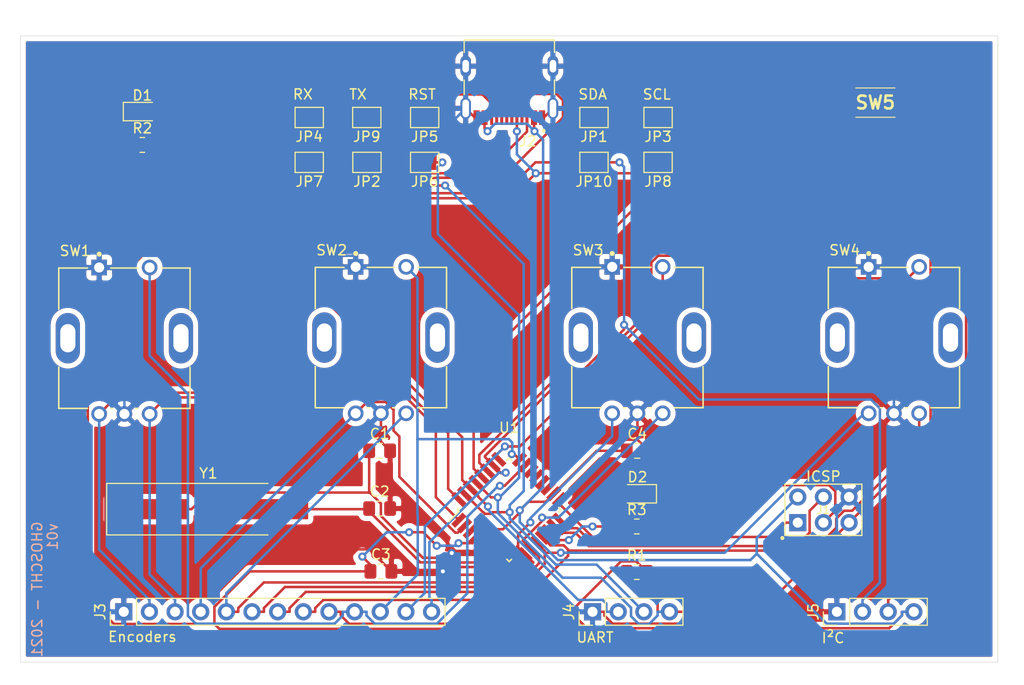
<source format=kicad_pcb>
(kicad_pcb (version 20171130) (host pcbnew "(5.1.10)-1")
  (title_block (title "LightControl Console") (date 2021-08-19) (rev v01) (comment 4 "Author: GHOSCHT"))
  (layers (0 F.Cu signal) (31 B.Cu signal) (34 B.Paste user) (35 F.Paste user) (36 B.SilkS user) (37 F.SilkS user) (38 B.Mask user) (39 F.Mask user) (44 Edge.Cuts user))
  (net 0 "")
  (net 1 "Net-(U1-Pad19)")
  (net 2 "Net-(U1-Pad20)")
  (net 3 "Net-(U1-Pad22)")
  (net 4 GND)
  (net 5 VCC)
  (net 6 XTAL1)
  (net 7 XTAL2)
  (net 8 "Net-(D1-Pad2)")
  (net 9 MOSI)
  (net 10 SCK)
  (net 11 MISO)
  (net 12 RST)
  (net 13 "Net-(J2-PadA6)")
  (net 14 "Net-(J2-PadB7)")
  (net 15 "Net-(J2-PadA5)")
  (net 16 "Net-(J2-PadB8)")
  (net 17 "Net-(J2-PadA7)")
  (net 18 "Net-(J2-PadB6)")
  (net 19 "Net-(J2-PadA8)")
  (net 20 "Net-(J2-PadB5)")
  (net 21 BTN4)
  (net 22 BTN3)
  (net 23 BTN2)
  (net 24 BTN1)
  (net 25 ENC4B)
  (net 26 ENC4A)
  (net 27 ENC3B)
  (net 28 ENC3A)
  (net 29 ENC2B)
  (net 30 ENC2A)
  (net 31 ENC1B)
  (net 32 ENC1A)
  (net 33 TX)
  (net 34 RX)
  (net 35 SDA)
  (net 36 SCL)
  (net 37 "Net-(D2-Pad2)")
  (net 38 LED)
  (net 39 "Net-(U1-Pad3)")
  (net 40 "Net-(U1-Pad6)")
  (module Capacitor_SMD:C_0805_2012Metric_Pad1.18x1.45mm_HandSolder (layer F.Cu) (at 133.414 105.854)
    (fp_text reference C1 (at 0 -1.68) (layer F.SilkS))
    (fp_text value 22p)
    (pad 1 smd roundrect (at -1.0375 0) (size 1.175 1.45) (layers F.Cu F.Paste F.Mask) (roundrect_rratio 0.212766) (net 6 XTAL1))
    (pad 2 smd roundrect (at 1.0375 0) (size 1.175 1.45) (layers F.Cu F.Paste F.Mask) (roundrect_rratio 0.212766) (net 4 GND))
  )
  (module Jumper:SolderJumper-2_P1.3mm_Open_Pad1.0x1.5mm (layer F.Cu) (at 160.985 77.2922)
    (fp_text reference JP8 (at 0 1.905) (layer F.SilkS))
    (fp_text value SolderJumper)
    (pad 2 smd rect (at 0.65 0) (size 1 1.5) (layers F.Cu F.Mask) (net 36 SCL))
    (pad 1 smd rect (at -0.65 0) (size 1 1.5) (layers F.Cu F.Mask) (net 14 "Net-(J2-PadB7)"))
  )
  (module AVR-ISP:AVR-ISP (layer F.Cu) (at 177.356 111.696)
    (fp_text reference J1 (at 0 0) (layer F.SilkS) (effects (font (size 0.787402 0.787402))))
    (fp_text value AVR-ISP-6)
    (fp_text user ICSP (at 0 -3.302) (layer F.SilkS))
    (pad 6 thru_hole circle (at 2.54 -1.27) (size 1.7 1.7) (drill 1) (layers *.Cu *.Mask) (net 4 GND))
    (pad 5 thru_hole circle (at 2.54 1.27) (size 1.7 1.7) (drill 1) (layers *.Cu *.Mask) (net 12 RST))
    (pad 1 thru_hole rect (at -2.54 1.27) (size 1.7 1.7) (drill 1) (layers *.Cu *.Mask) (net 11 MISO))
    (pad 2 thru_hole circle (at -2.54 -1.27) (size 1.7 1.7) (drill 1) (layers *.Cu *.Mask) (net 5 VCC))
    (pad 3 thru_hole circle (at 0 1.27) (size 1.7 1.7) (drill 1) (layers *.Cu *.Mask) (net 10 SCK))
    (pad 4 thru_hole circle (at 0 -1.27) (size 1.7 1.7) (drill 1) (layers *.Cu *.Mask) (net 9 MOSI))
  )
  (module Capacitor_SMD:C_0805_2012Metric_Pad1.18x1.45mm_HandSolder (layer F.Cu) (at 133.414 111.57)
    (fp_text reference C2 (at 0 -1.68) (layer F.SilkS))
    (fp_text value 22p)
    (pad 2 smd roundrect (at 1.0375 0) (size 1.175 1.45) (layers F.Cu F.Paste F.Mask) (roundrect_rratio 0.212766) (net 4 GND))
    (pad 1 smd roundrect (at -1.0375 0) (size 1.175 1.45) (layers F.Cu F.Paste F.Mask) (roundrect_rratio 0.212766) (net 7 XTAL2))
  )
  (module SKRKAEE020:SKRKAEE020 (layer F.Cu) (at 182.499 71.374)
    (fp_text reference SW5 (at 0 0) (layer F.SilkS) (effects (font (size 1.27 1.27) (thickness 0.254))))
    (fp_text value SW_Push hide)
    (pad 1 smd rect (at -2.1 0) (size 0.8 2) (layers F.Cu F.Paste F.Mask) (net 12 RST))
    (pad 2 smd rect (at 2.1 0) (size 0.8 2) (layers F.Cu F.Paste F.Mask) (net 4 GND))
  )
  (module Resistor_SMD:R_0805_2012Metric_Pad1.20x1.40mm_HandSolder (layer F.Cu) (at 109.918 75.565)
    (fp_text reference R2 (at 0 -1.65) (layer F.SilkS))
    (fp_text value 200)
    (pad 1 smd roundrect (at -1 0) (size 1.2 1.4) (layers F.Cu F.Paste F.Mask) (roundrect_rratio 0.208333) (net 8 "Net-(D1-Pad2)"))
    (pad 2 smd roundrect (at 1 0) (size 1.2 1.4) (layers F.Cu F.Paste F.Mask) (roundrect_rratio 0.208333) (net 5 VCC))
  )
  (module Connector_PinHeader_2.54mm:PinHeader_1x04_P2.54mm_Vertical (layer F.Cu) (at 154.496 121.793 90)
    (fp_text reference J4 (at 0 -2.33 90) (layer F.SilkS))
    (fp_text value Conn_01x04)
    (pad 1 thru_hole rect (at 0 0 90) (size 1.7 1.7) (drill 1) (layers *.Cu *.Mask) (net 4 GND))
    (pad 2 thru_hole oval (at 0 2.54 90) (size 1.7 1.7) (drill 1) (layers *.Cu *.Mask) (net 34 RX))
    (pad 3 thru_hole oval (at 0 5.08 90) (size 1.7 1.7) (drill 1) (layers *.Cu *.Mask) (net 33 TX))
    (pad 4 thru_hole oval (at 0 7.62 90) (size 1.7 1.7) (drill 1) (layers *.Cu *.Mask) (net 12 RST))
  )
  (module Jumper:SolderJumper-2_P1.3mm_Open_Pad1.0x1.5mm (layer F.Cu) (at 154.635 72.8472 180)
    (fp_text reference JP1 (at 0 -1.905) (layer F.SilkS))
    (fp_text value SolderJumper)
    (pad 1 smd rect (at -0.65 0 180) (size 1 1.5) (layers F.Cu F.Mask) (net 35 SDA))
    (pad 2 smd rect (at 0.65 0 180) (size 1 1.5) (layers F.Cu F.Mask) (net 13 "Net-(J2-PadA6)"))
  )
  (module Jumper:SolderJumper-2_P1.3mm_Open_Pad1.0x1.5mm (layer F.Cu) (at 160.985 72.8472 180)
    (fp_text reference JP3 (at 0 -1.905) (layer F.SilkS))
    (fp_text value SolderJumper)
    (pad 2 smd rect (at 0.65 0 180) (size 1 1.5) (layers F.Cu F.Mask) (net 17 "Net-(J2-PadA7)"))
    (pad 1 smd rect (at -0.65 0 180) (size 1 1.5) (layers F.Cu F.Mask) (net 36 SCL))
  )
  (module Jumper:SolderJumper-2_P1.3mm_Open_Pad1.0x1.5mm (layer F.Cu) (at 154.635 77.2922)
    (fp_text reference JP10 (at 0 1.905) (layer F.SilkS))
    (fp_text value SolderJumper)
    (pad 2 smd rect (at 0.65 0) (size 1 1.5) (layers F.Cu F.Mask) (net 35 SDA))
    (pad 1 smd rect (at -0.65 0) (size 1 1.5) (layers F.Cu F.Mask) (net 18 "Net-(J2-PadB6)"))
  )
  (module Jumper:SolderJumper-2_P1.3mm_Bridged2Bar_Pad1.0x1.5mm (layer F.Cu) (at 132.156 77.2922)
    (fp_text reference JP2 (at 0 1.905) (layer F.SilkS))
    (fp_text value SolderJumper_Bridged)
    (fp_poly (pts (xy -0.25 -0.6) (xy 0.25 -0.6) (xy 0.25 -0.2) (xy -0.25 -0.2)) (layer F.Cu) (width 0))
    (fp_poly (pts (xy -0.25 0.2) (xy 0.25 0.2) (xy 0.25 0.6) (xy -0.25 0.6)) (layer F.Cu) (width 0))
    (pad 2 smd rect (at 0.65 0) (size 1 1.5) (layers F.Cu F.Mask) (net 13 "Net-(J2-PadA6)"))
    (pad 1 smd rect (at -0.65 0) (size 1 1.5) (layers F.Cu F.Mask) (net 33 TX))
  )
  (module Jumper:SolderJumper-2_P1.3mm_Bridged2Bar_Pad1.0x1.5mm (layer F.Cu) (at 132.141 72.8472 180)
    (fp_text reference JP9 (at 0 -1.905) (layer F.SilkS))
    (fp_text value SolderJumper_Bridged)
    (fp_poly (pts (xy -0.25 -0.6) (xy 0.25 -0.6) (xy 0.25 -0.2) (xy -0.25 -0.2)) (layer F.Cu) (width 0))
    (fp_poly (pts (xy -0.25 0.2) (xy 0.25 0.2) (xy 0.25 0.6) (xy -0.25 0.6)) (layer F.Cu) (width 0))
    (pad 2 smd rect (at 0.65 0 180) (size 1 1.5) (layers F.Cu F.Mask) (net 33 TX))
    (pad 1 smd rect (at -0.65 0 180) (size 1 1.5) (layers F.Cu F.Mask) (net 18 "Net-(J2-PadB6)"))
  )
  (module LED_SMD:LED_0805_2012Metric_Castellated (layer F.Cu) (at 109.918 72.263)
    (fp_text reference D1 (at 0 -1.6) (layer F.SilkS))
    (fp_text value 17-21/BHC-XL2M2TY/3T)
    (pad 1 smd roundrect (at -0.9625 0) (size 1.325 1.3) (layers F.Cu F.Paste F.Mask) (roundrect_rratio 0.192308) (net 4 GND))
    (pad 2 smd roundrect (at 0.9625 0) (size 1.325 1.3) (layers F.Cu F.Paste F.Mask) (roundrect_rratio 0.192308) (net 8 "Net-(D1-Pad2)"))
  )
  (module Connector_PinHeader_2.54mm:PinHeader_1x13_P2.54mm_Vertical (layer F.Cu) (at 108.077 121.793 90)
    (fp_text reference J3 (at 0 -2.33 90) (layer F.SilkS))
    (fp_text value Conn_01x13)
    (pad 1 thru_hole rect (at 0 0 90) (size 1.7 1.7) (drill 1) (layers *.Cu *.Mask) (net 4 GND))
    (pad 2 thru_hole oval (at 0 2.54 90) (size 1.7 1.7) (drill 1) (layers *.Cu *.Mask) (net 32 ENC1A))
    (pad 3 thru_hole oval (at 0 5.08 90) (size 1.7 1.7) (drill 1) (layers *.Cu *.Mask) (net 31 ENC1B))
    (pad 4 thru_hole oval (at 0 7.62 90) (size 1.7 1.7) (drill 1) (layers *.Cu *.Mask) (net 30 ENC2A))
    (pad 5 thru_hole oval (at 0 10.16 90) (size 1.7 1.7) (drill 1) (layers *.Cu *.Mask) (net 29 ENC2B))
    (pad 6 thru_hole oval (at 0 12.7 90) (size 1.7 1.7) (drill 1) (layers *.Cu *.Mask) (net 28 ENC3A))
    (pad 7 thru_hole oval (at 0 15.24 90) (size 1.7 1.7) (drill 1) (layers *.Cu *.Mask) (net 27 ENC3B))
    (pad 8 thru_hole oval (at 0 17.78 90) (size 1.7 1.7) (drill 1) (layers *.Cu *.Mask) (net 26 ENC4A))
    (pad 9 thru_hole oval (at 0 20.32 90) (size 1.7 1.7) (drill 1) (layers *.Cu *.Mask) (net 25 ENC4B))
    (pad 10 thru_hole oval (at 0 22.86 90) (size 1.7 1.7) (drill 1) (layers *.Cu *.Mask) (net 24 BTN1))
    (pad 11 thru_hole oval (at 0 25.4 90) (size 1.7 1.7) (drill 1) (layers *.Cu *.Mask) (net 23 BTN2))
    (pad 12 thru_hole oval (at 0 27.94 90) (size 1.7 1.7) (drill 1) (layers *.Cu *.Mask) (net 22 BTN3))
    (pad 13 thru_hole oval (at 0 30.48 90) (size 1.7 1.7) (drill 1) (layers *.Cu *.Mask) (net 21 BTN4))
  )
  (module Connector_PinHeader_2.54mm:PinHeader_1x04_P2.54mm_Vertical (layer F.Cu) (at 178.689 121.793 90)
    (fp_text reference J5 (at 0 -2.33 90) (layer F.SilkS))
    (fp_text value Conn_01x04)
    (pad 1 thru_hole rect (at 0 0 90) (size 1.7 1.7) (drill 1) (layers *.Cu *.Mask) (net 4 GND))
    (pad 2 thru_hole oval (at 0 2.54 90) (size 1.7 1.7) (drill 1) (layers *.Cu *.Mask) (net 35 SDA))
    (pad 3 thru_hole oval (at 0 5.08 90) (size 1.7 1.7) (drill 1) (layers *.Cu *.Mask) (net 36 SCL))
    (pad 4 thru_hole oval (at 0 7.62 90) (size 1.7 1.7) (drill 1) (layers *.Cu *.Mask) (net 5 VCC))
  )
  (module Bourns-PEC11R-4220F-S0012:Bourns-PEC11R-4220F-S0012-MFG (layer F.Cu) (at 108.14 94.7039)
    (fp_text reference SW1 (at -6.5 -8.65) (layer F.SilkS) (effects (justify left)))
    (fp_text value PEC11R-4220F-S0012)
    (pad S1 thru_hole rect (at -2.5 -7) (size 1.55 1.55) (drill 1) (layers *.Cu *.Mask) (net 4 GND))
    (pad S2 thru_hole circle (at 2.5 -7) (size 1.55 1.55) (drill 1) (layers *.Cu *.Mask) (net 24 BTN1))
    (pad A thru_hole circle (at -2.5 7.5) (size 1.55 1.55) (drill 1) (layers *.Cu *.Mask) (net 32 ENC1A))
    (pad C thru_hole circle (at 0 7.5) (size 1.55 1.55) (drill 1) (layers *.Cu *.Mask) (net 4 GND))
    (pad B thru_hole circle (at 2.5 7.5) (size 1.55 1.55) (drill 1) (layers *.Cu *.Mask) (net 31 ENC1B))
    (pad 3 thru_hole roundrect (at -5.6 0) (size 2.4 5) (drill oval 1.5 2.8) (layers *.Cu *.Mask) (roundrect_rratio 0.5))
    (pad 4 thru_hole roundrect (at 5.6 0) (size 2.4 5) (drill oval 1.5 2.8) (layers *.Cu *.Mask) (roundrect_rratio 0.5))
  )
  (module Crystal:Crystal_SMD_HC49-SD_HandSoldering (layer F.Cu) (at 116.459 111.633)
    (fp_text reference Y1 (at 0 -3.55) (layer F.SilkS))
    (fp_text value 16MHz)
    (pad 2 smd rect (at 5.9375 0) (size 7.875 2) (layers F.Cu F.Paste F.Mask) (net 7 XTAL2))
    (pad 1 smd rect (at -5.9375 0) (size 7.875 2) (layers F.Cu F.Paste F.Mask) (net 6 XTAL1))
  )
  (module HRO_TYPE-C-31-M-12:HRO_TYPE-C-31-M-12 (layer F.Cu) (at 146.253 67.7672 180)
    (fp_text reference J2 (at -1.825 -7.435) (layer F.SilkS))
    (fp_text value TYPE-C-31-M-12)
    (pad A1B12 smd rect (at -3.25 -5.095 180) (size 0.6 1.45) (layers F.Cu F.Paste F.Mask) (net 4 GND))
    (pad A4B9 smd rect (at -2.45 -5.095 180) (size 0.6 1.45) (layers F.Cu F.Paste F.Mask) (net 5 VCC))
    (pad A6 smd rect (at -0.25 -5.095 180) (size 0.3 1.45) (layers F.Cu F.Paste F.Mask) (net 13 "Net-(J2-PadA6)"))
    (pad B7 smd rect (at -0.75 -5.095 180) (size 0.3 1.45) (layers F.Cu F.Paste F.Mask) (net 14 "Net-(J2-PadB7)"))
    (pad A5 smd rect (at -1.25 -5.095 180) (size 0.3 1.45) (layers F.Cu F.Paste F.Mask) (net 15 "Net-(J2-PadA5)"))
    (pad B8 smd rect (at -1.75 -5.095 180) (size 0.3 1.45) (layers F.Cu F.Paste F.Mask) (net 16 "Net-(J2-PadB8)"))
    (pad A7 smd rect (at 0.25 -5.095 180) (size 0.3 1.45) (layers F.Cu F.Paste F.Mask) (net 17 "Net-(J2-PadA7)"))
    (pad B6 smd rect (at 0.75 -5.095 180) (size 0.3 1.45) (layers F.Cu F.Paste F.Mask) (net 18 "Net-(J2-PadB6)"))
    (pad A8 smd rect (at 1.25 -5.095 180) (size 0.3 1.45) (layers F.Cu F.Paste F.Mask) (net 19 "Net-(J2-PadA8)"))
    (pad B5 smd rect (at 1.75 -5.095 180) (size 0.3 1.45) (layers F.Cu F.Paste F.Mask) (net 20 "Net-(J2-PadB5)"))
    (pad B4A9 smd rect (at 2.45 -5.095 180) (size 0.6 1.45) (layers F.Cu F.Paste F.Mask) (net 5 VCC))
    (pad B1A12 smd rect (at 3.25 -5.095 180) (size 0.6 1.45) (layers F.Cu F.Paste F.Mask) (net 4 GND))
    (pad S1 thru_hole oval (at -4.32 -4.18 180) (size 1.05 2.1) (drill oval 0.65 1.75) (layers *.Cu *.Mask) (net 4 GND))
    (pad S2 thru_hole oval (at 4.32 -4.18 180) (size 1.05 2.1) (drill oval 0.65 1.75) (layers *.Cu *.Mask) (net 4 GND))
    (pad S3 thru_hole oval (at -4.32 0 180) (size 1.05 2.1) (drill oval 0.65 1.25) (layers *.Cu *.Mask) (net 4 GND))
    (pad S4 thru_hole oval (at 4.32 0 180) (size 1.05 2.1) (drill oval 0.65 1.25) (layers *.Cu *.Mask) (net 4 GND))
    (pad None np_thru_hole circle (at -2.89 -3.65 180) (size 0.7 0.7) (drill 0.7) (layers *.Cu *.Mask))
    (pad None np_thru_hole circle (at 2.89 -3.65 180) (size 0.7 0.7) (drill 0.7) (layers *.Cu *.Mask))
  )
  (module Capacitor_SMD:C_0805_2012Metric_Pad1.18x1.45mm_HandSolder (layer F.Cu) (at 133.54 117.792)
    (fp_text reference C3 (at 0 -1.68) (layer F.SilkS))
    (fp_text value 100n)
    (pad 1 smd roundrect (at -1.0375 0) (size 1.175 1.45) (layers F.Cu F.Paste F.Mask) (roundrect_rratio 0.212766) (net 5 VCC))
    (pad 2 smd roundrect (at 1.0375 0) (size 1.175 1.45) (layers F.Cu F.Paste F.Mask) (roundrect_rratio 0.212766) (net 4 GND))
  )
  (module Jumper:SolderJumper-2_P1.3mm_Bridged2Bar_Pad1.0x1.5mm (layer F.Cu) (at 126.441 72.8472)
    (fp_text reference JP4 (at 0 1.905) (layer F.SilkS))
    (fp_text value SolderJumper_Bridged)
    (fp_poly (pts (xy -0.25 0.2) (xy 0.25 0.2) (xy 0.25 0.6) (xy -0.25 0.6)) (layer F.Cu) (width 0))
    (fp_poly (pts (xy -0.25 -0.6) (xy 0.25 -0.6) (xy 0.25 -0.2) (xy -0.25 -0.2)) (layer F.Cu) (width 0))
    (pad 1 smd rect (at -0.65 0) (size 1 1.5) (layers F.Cu F.Mask) (net 34 RX))
    (pad 2 smd rect (at 0.65 0) (size 1 1.5) (layers F.Cu F.Mask) (net 17 "Net-(J2-PadA7)"))
  )
  (module Resistor_SMD:R_0805_2012Metric_Pad1.20x1.40mm_HandSolder (layer F.Cu) (at 158.877 117.856)
    (fp_text reference R1 (at 0 -1.65) (layer F.SilkS))
    (fp_text value 10k)
    (pad 1 smd roundrect (at -1 0) (size 1.2 1.4) (layers F.Cu F.Paste F.Mask) (roundrect_rratio 0.208333) (net 12 RST))
    (pad 2 smd roundrect (at 1 0) (size 1.2 1.4) (layers F.Cu F.Paste F.Mask) (roundrect_rratio 0.208333) (net 5 VCC))
  )
  (module Jumper:SolderJumper-2_P1.3mm_Bridged2Bar_Pad1.0x1.5mm (layer F.Cu) (at 137.871 72.8472 180)
    (fp_text reference JP5 (at 0 -1.905) (layer F.SilkS))
    (fp_text value SolderJumper_Bridged)
    (fp_poly (pts (xy -0.25 -0.6) (xy 0.25 -0.6) (xy 0.25 -0.2) (xy -0.25 -0.2)) (layer F.Cu) (width 0))
    (fp_poly (pts (xy -0.25 0.2) (xy 0.25 0.2) (xy 0.25 0.6) (xy -0.25 0.6)) (layer F.Cu) (width 0))
    (pad 2 smd rect (at 0.65 0 180) (size 1 1.5) (layers F.Cu F.Mask) (net 19 "Net-(J2-PadA8)"))
    (pad 1 smd rect (at -0.65 0 180) (size 1 1.5) (layers F.Cu F.Mask) (net 12 RST))
  )
  (module Jumper:SolderJumper-2_P1.3mm_Bridged2Bar_Pad1.0x1.5mm (layer F.Cu) (at 137.871 77.2922)
    (fp_text reference JP6 (at 0 1.905) (layer F.SilkS))
    (fp_text value SolderJumper_Bridged)
    (fp_poly (pts (xy -0.25 0.2) (xy 0.25 0.2) (xy 0.25 0.6) (xy -0.25 0.6)) (layer F.Cu) (width 0))
    (fp_poly (pts (xy -0.25 -0.6) (xy 0.25 -0.6) (xy 0.25 -0.2) (xy -0.25 -0.2)) (layer F.Cu) (width 0))
    (pad 1 smd rect (at -0.65 0) (size 1 1.5) (layers F.Cu F.Mask) (net 16 "Net-(J2-PadB8)"))
    (pad 2 smd rect (at 0.65 0) (size 1 1.5) (layers F.Cu F.Mask) (net 12 RST))
  )
  (module Jumper:SolderJumper-2_P1.3mm_Bridged2Bar_Pad1.0x1.5mm (layer F.Cu) (at 126.441 77.2922 180)
    (fp_text reference JP7 (at 0 -1.905) (layer F.SilkS))
    (fp_text value SolderJumper_Bridged)
    (fp_poly (pts (xy -0.25 0.2) (xy 0.25 0.2) (xy 0.25 0.6) (xy -0.25 0.6)) (layer F.Cu) (width 0))
    (fp_poly (pts (xy -0.25 -0.6) (xy 0.25 -0.6) (xy 0.25 -0.2) (xy -0.25 -0.2)) (layer F.Cu) (width 0))
    (pad 1 smd rect (at -0.65 0 180) (size 1 1.5) (layers F.Cu F.Mask) (net 14 "Net-(J2-PadB7)"))
    (pad 2 smd rect (at 0.65 0 180) (size 1 1.5) (layers F.Cu F.Mask) (net 34 RX))
  )
  (module Package_QFP:TQFP-32_7x7mm_P0.8mm (layer F.Cu) (at 146.24 111.696 45)
    (fp_text reference U1 (at 5.747364 -5.747364 180) (layer F.SilkS))
    (fp_text value ATmega328PB-AU)
    (pad 1 smd rect (at -4.25 -2.8 45) (size 1.6 0.55) (layers F.Cu F.Paste F.Mask) (net 31 ENC1B))
    (pad 2 smd rect (at -4.25 -2 45) (size 1.6 0.55) (layers F.Cu F.Paste F.Mask) (net 30 ENC2A))
    (pad 3 smd rect (at -4.25 -1.2 45) (size 1.6 0.55) (layers F.Cu F.Paste F.Mask) (net 39 "Net-(U1-Pad3)"))
    (pad 4 smd rect (at -4.25 -0.4 45) (size 1.6 0.55) (layers F.Cu F.Paste F.Mask) (net 5 VCC))
    (pad 5 smd rect (at -4.25 0.4 45) (size 1.6 0.55) (layers F.Cu F.Paste F.Mask) (net 4 GND))
    (pad 6 smd rect (at -4.25 1.2 45) (size 1.6 0.55) (layers F.Cu F.Paste F.Mask) (net 40 "Net-(U1-Pad6)"))
    (pad 7 smd rect (at -4.25 2 45) (size 1.6 0.55) (layers F.Cu F.Paste F.Mask) (net 6 XTAL1))
    (pad 8 smd rect (at -4.25 2.8 45) (size 1.6 0.55) (layers F.Cu F.Paste F.Mask) (net 7 XTAL2))
    (pad 9 smd rect (at -2.8 4.25 135) (size 1.6 0.55) (layers F.Cu F.Paste F.Mask) (net 29 ENC2B))
    (pad 10 smd rect (at -2 4.25 135) (size 1.6 0.55) (layers F.Cu F.Paste F.Mask) (net 28 ENC3A))
    (pad 11 smd rect (at -1.2 4.25 135) (size 1.6 0.55) (layers F.Cu F.Paste F.Mask) (net 27 ENC3B))
    (pad 12 smd rect (at -0.4 4.25 135) (size 1.6 0.55) (layers F.Cu F.Paste F.Mask) (net 26 ENC4A))
    (pad 13 smd rect (at 0.4 4.25 135) (size 1.6 0.55) (layers F.Cu F.Paste F.Mask) (net 25 ENC4B))
    (pad 14 smd rect (at 1.2 4.25 135) (size 1.6 0.55) (layers F.Cu F.Paste F.Mask) (net 38 LED))
    (pad 15 smd rect (at 2 4.25 135) (size 1.6 0.55) (layers F.Cu F.Paste F.Mask) (net 9 MOSI))
    (pad 16 smd rect (at 2.8 4.25 135) (size 1.6 0.55) (layers F.Cu F.Paste F.Mask) (net 11 MISO))
    (pad 17 smd rect (at 4.25 2.8 45) (size 1.6 0.55) (layers F.Cu F.Paste F.Mask) (net 10 SCK))
    (pad 18 smd rect (at 4.25 2 45) (size 1.6 0.55) (layers F.Cu F.Paste F.Mask) (net 5 VCC))
    (pad 19 smd rect (at 4.25 1.2 45) (size 1.6 0.55) (layers F.Cu F.Paste F.Mask) (net 1 "Net-(U1-Pad19)"))
    (pad 20 smd rect (at 4.25 0.4 45) (size 1.6 0.55) (layers F.Cu F.Paste F.Mask) (net 2 "Net-(U1-Pad20)"))
    (pad 21 smd rect (at 4.25 -0.4 45) (size 1.6 0.55) (layers F.Cu F.Paste F.Mask) (net 4 GND))
    (pad 22 smd rect (at 4.25 -1.2 45) (size 1.6 0.55) (layers F.Cu F.Paste F.Mask) (net 3 "Net-(U1-Pad22)"))
    (pad 23 smd rect (at 4.25 -2 45) (size 1.6 0.55) (layers F.Cu F.Paste F.Mask) (net 24 BTN1))
    (pad 24 smd rect (at 4.25 -2.8 45) (size 1.6 0.55) (layers F.Cu F.Paste F.Mask) (net 23 BTN2))
    (pad 25 smd rect (at 2.8 -4.25 135) (size 1.6 0.55) (layers F.Cu F.Paste F.Mask) (net 22 BTN3))
    (pad 26 smd rect (at 2 -4.25 135) (size 1.6 0.55) (layers F.Cu F.Paste F.Mask) (net 21 BTN4))
    (pad 27 smd rect (at 1.2 -4.25 135) (size 1.6 0.55) (layers F.Cu F.Paste F.Mask) (net 35 SDA))
    (pad 28 smd rect (at 0.4 -4.25 135) (size 1.6 0.55) (layers F.Cu F.Paste F.Mask) (net 36 SCL))
    (pad 29 smd rect (at -0.4 -4.25 135) (size 1.6 0.55) (layers F.Cu F.Paste F.Mask) (net 12 RST))
    (pad 30 smd rect (at -1.2 -4.25 135) (size 1.6 0.55) (layers F.Cu F.Paste F.Mask) (net 34 RX))
    (pad 31 smd rect (at -2 -4.25 135) (size 1.6 0.55) (layers F.Cu F.Paste F.Mask) (net 33 TX))
    (pad 32 smd rect (at -2.8 -4.25 135) (size 1.6 0.55) (layers F.Cu F.Paste F.Mask) (net 32 ENC1A))
  )
  (module Bourns-PEC11R-4220F-S0012:Bourns-PEC11R-4220F-S0012-MFG (layer F.Cu) (at 133.54 94.6404)
    (fp_text reference SW2 (at -6.5 -8.65) (layer F.SilkS) (effects (justify left)))
    (fp_text value PEC11R-4220F-S0012)
    (pad 4 thru_hole roundrect (at 5.6 0) (size 2.4 5) (drill oval 1.5 2.8) (layers *.Cu *.Mask) (roundrect_rratio 0.5))
    (pad 3 thru_hole roundrect (at -5.6 0) (size 2.4 5) (drill oval 1.5 2.8) (layers *.Cu *.Mask) (roundrect_rratio 0.5))
    (pad B thru_hole circle (at 2.5 7.5) (size 1.55 1.55) (drill 1) (layers *.Cu *.Mask) (net 29 ENC2B))
    (pad C thru_hole circle (at 0 7.5) (size 1.55 1.55) (drill 1) (layers *.Cu *.Mask) (net 4 GND))
    (pad A thru_hole circle (at -2.5 7.5) (size 1.55 1.55) (drill 1) (layers *.Cu *.Mask) (net 30 ENC2A))
    (pad S2 thru_hole circle (at 2.5 -7) (size 1.55 1.55) (drill 1) (layers *.Cu *.Mask) (net 23 BTN2))
    (pad S1 thru_hole rect (at -2.5 -7) (size 1.55 1.55) (drill 1) (layers *.Cu *.Mask) (net 4 GND))
  )
  (module LED_SMD:LED_0805_2012Metric_Castellated (layer F.Cu) (at 158.94 110.109 180)
    (fp_text reference D2 (at 0 1.651) (layer F.SilkS))
    (fp_text value 17-21/BHC-XL2M2TY/3T)
    (pad 1 smd roundrect (at -0.9625 0 180) (size 1.325 1.3) (layers F.Cu F.Paste F.Mask) (roundrect_rratio 0.192308) (net 4 GND))
    (pad 2 smd roundrect (at 0.9625 0 180) (size 1.325 1.3) (layers F.Cu F.Paste F.Mask) (roundrect_rratio 0.192308) (net 37 "Net-(D2-Pad2)"))
  )
  (module Resistor_SMD:R_0805_2012Metric_Pad1.20x1.40mm_HandSolder (layer F.Cu) (at 158.877 113.348 180)
    (fp_text reference R3 (at 0 1.651) (layer F.SilkS))
    (fp_text value 200)
    (pad 1 smd roundrect (at -1 0 180) (size 1.2 1.4) (layers F.Cu F.Paste F.Mask) (roundrect_rratio 0.208333) (net 37 "Net-(D2-Pad2)"))
    (pad 2 smd roundrect (at 1 0 180) (size 1.2 1.4) (layers F.Cu F.Paste F.Mask) (roundrect_rratio 0.208333) (net 38 LED))
  )
  (module Bourns-PEC11R-4220F-S0012:Bourns-PEC11R-4220F-S0012-MFG (layer F.Cu) (at 158.94 94.6404)
    (fp_text reference SW3 (at -6.5 -8.65) (layer F.SilkS) (effects (justify left)))
    (fp_text value PEC11R-4220F-S0012)
    (pad S1 thru_hole rect (at -2.5 -7) (size 1.55 1.55) (drill 1) (layers *.Cu *.Mask) (net 4 GND))
    (pad S2 thru_hole circle (at 2.5 -7) (size 1.55 1.55) (drill 1) (layers *.Cu *.Mask) (net 22 BTN3))
    (pad A thru_hole circle (at -2.5 7.5) (size 1.55 1.55) (drill 1) (layers *.Cu *.Mask) (net 28 ENC3A))
    (pad C thru_hole circle (at 0 7.5) (size 1.55 1.55) (drill 1) (layers *.Cu *.Mask) (net 4 GND))
    (pad B thru_hole circle (at 2.5 7.5) (size 1.55 1.55) (drill 1) (layers *.Cu *.Mask) (net 27 ENC3B))
    (pad 3 thru_hole roundrect (at -5.6 0) (size 2.4 5) (drill oval 1.5 2.8) (layers *.Cu *.Mask) (roundrect_rratio 0.5))
    (pad 4 thru_hole roundrect (at 5.6 0) (size 2.4 5) (drill oval 1.5 2.8) (layers *.Cu *.Mask) (roundrect_rratio 0.5))
  )
  (module Bourns-PEC11R-4220F-S0012:Bourns-PEC11R-4220F-S0012-MFG (layer F.Cu) (at 184.34 94.6404)
    (fp_text reference SW4 (at -6.5 -8.65) (layer F.SilkS) (effects (justify left)))
    (fp_text value PEC11R-4220F-S0012)
    (pad 4 thru_hole roundrect (at 5.6 0) (size 2.4 5) (drill oval 1.5 2.8) (layers *.Cu *.Mask) (roundrect_rratio 0.5))
    (pad 3 thru_hole roundrect (at -5.6 0) (size 2.4 5) (drill oval 1.5 2.8) (layers *.Cu *.Mask) (roundrect_rratio 0.5))
    (pad B thru_hole circle (at 2.5 7.5) (size 1.55 1.55) (drill 1) (layers *.Cu *.Mask) (net 25 ENC4B))
    (pad C thru_hole circle (at 0 7.5) (size 1.55 1.55) (drill 1) (layers *.Cu *.Mask) (net 4 GND))
    (pad A thru_hole circle (at -2.5 7.5) (size 1.55 1.55) (drill 1) (layers *.Cu *.Mask) (net 26 ENC4A))
    (pad S2 thru_hole circle (at 2.5 -7) (size 1.55 1.55) (drill 1) (layers *.Cu *.Mask) (net 21 BTN4))
    (pad S1 thru_hole rect (at -2.5 -7) (size 1.55 1.55) (drill 1) (layers *.Cu *.Mask) (net 4 GND))
  )
  (module Capacitor_SMD:C_0805_2012Metric_Pad1.18x1.45mm_HandSolder (layer F.Cu) (at 158.919 105.854)
    (fp_text reference C4 (at 0 -1.68) (layer F.SilkS))
    (fp_text value 100n)
    (pad 1 smd roundrect (at -1.0375 0) (size 1.175 1.45) (layers F.Cu F.Paste F.Mask) (roundrect_rratio 0.212766) (net 5 VCC))
    (pad 2 smd roundrect (at 1.0375 0) (size 1.175 1.45) (layers F.Cu F.Paste F.Mask) (roundrect_rratio 0.212766) (net 4 GND))
  )
  (gr_text Encoders (at 109.9185 124.2695) (layer F.SilkS) (effects (font (size 1 1))))
  (gr_text UART (at 154.7495 124.333) (layer F.SilkS) (effects (font (size 1 1))))
  (gr_text I²C (at 178.308 124.3965) (layer F.SilkS) (effects (font (size 1 1))))
  (gr_text "GHOSCHT - 2021" (at 99.5045 119.5705 90) (layer B.SilkS) (effects (font (size 1 1)) (justify mirror)))
  (gr_text v01 (at 101.0285 114.3635 90) (layer B.SilkS) (effects (font (size 1 1)) (justify mirror)))
  (gr_line (start 194.6275 64.77) (end 194.6275 126.7775) (layer Edge.Cuts) (width 0.05))
  (gr_line (start 97.8535 64.77) (end 97.8535 126.7775) (layer Edge.Cuts) (width 0.05))
  (gr_line (start 194.6275 64.77) (end 97.8535 64.77) (layer Edge.Cuts) (width 0.05))
  (gr_line (start 97.8535 126.7775) (end 194.6275 126.7775) (layer Edge.Cuts) (width 0.05))
  (gr_text RST (at 137.6172 70.5612) (layer F.SilkS) (effects (font (size 1 1))))
  (gr_text TX (at 131.2672 70.5612) (layer F.SilkS) (effects (font (size 1 1))))
  (gr_text RX (at 125.8062 70.5612) (layer F.SilkS) (effects (font (size 1 1))))
  (gr_text SCL (at 160.8582 70.5612) (layer F.SilkS) (effects (font (size 1 1))))
  (gr_text SDA (at 154.5082 70.5612) (layer F.SilkS) (effects (font (size 1 1))))
  (segment (start 158.94 104.753) (end 152.6174 104.753) (width 0.25) (layer F.Cu) (net 4))
  (segment (start 152.6174 104.753) (end 149.7581 107.6123) (width 0.25) (layer F.Cu) (net 4))
  (segment (start 177.9752 108.5052) (end 159.9565 108.5052) (width 0.25) (layer F.Cu) (net 4))
  (segment (start 184.599 71.374) (end 183.8737 71.374) (width 0.25) (layer F.Cu) (net 4))
  (segment (start 181.84 87.6404) (end 181.84 73.4077) (width 0.25) (layer F.Cu) (net 4))
  (segment (start 181.84 73.4077) (end 183.8737 71.374) (width 0.25) (layer F.Cu) (net 4))
  (segment (start 156.44 88.7407) (end 156.44 99.6404) (width 0.25) (layer B.Cu) (net 4))
  (segment (start 156.44 99.6404) (end 158.94 102.1404) (width 0.25) (layer B.Cu) (net 4))
  (segment (start 159.9565 108.5052) (end 159.9565 110.055) (width 0.25) (layer F.Cu) (net 4))
  (segment (start 159.9565 110.055) (end 159.9025 110.109) (width 0.25) (layer F.Cu) (net 4))
  (segment (start 159.9565 105.854) (end 159.9565 108.5052) (width 0.25) (layer F.Cu) (net 4))
  (segment (start 177.9752 108.5052) (end 179.896 110.426) (width 0.25) (layer F.Cu) (net 4))
  (segment (start 184.34 102.1404) (end 177.9752 108.5052) (width 0.25) (layer F.Cu) (net 4))
  (segment (start 158.94 104.753) (end 159.9565 105.7695) (width 0.25) (layer F.Cu) (net 4))
  (segment (start 159.9565 105.7695) (end 159.9565 105.854) (width 0.25) (layer F.Cu) (net 4))
  (segment (start 150.573 71.9472) (end 149.658 72.8622) (width 0.25) (layer F.Cu) (net 4))
  (segment (start 149.658 72.8622) (end 149.503 72.8622) (width 0.25) (layer F.Cu) (net 4))
  (segment (start 156.44 87.6404) (end 156.44 88.7407) (width 0.25) (layer B.Cu) (net 4))
  (segment (start 181.84 88.7407) (end 184.34 91.2407) (width 0.25) (layer B.Cu) (net 4))
  (segment (start 184.34 91.2407) (end 184.34 102.1404) (width 0.25) (layer B.Cu) (net 4))
  (segment (start 143.5176 114.984) (end 142.7219 115.7797) (width 0.25) (layer F.Cu) (net 4))
  (segment (start 134.4515 105.854) (end 134.4515 111.57) (width 0.25) (layer F.Cu) (net 4))
  (segment (start 133.54 102.1404) (end 133.54 104.9425) (width 0.25) (layer F.Cu) (net 4))
  (segment (start 133.54 104.9425) (end 134.4515 105.854) (width 0.25) (layer F.Cu) (net 4))
  (segment (start 108.077 116.7333) (end 106.2586 114.9149) (width 0.25) (layer F.Cu) (net 4))
  (segment (start 106.2586 114.9149) (end 106.2586 104.0853) (width 0.25) (layer F.Cu) (net 4))
  (segment (start 106.2586 104.0853) (end 108.14 102.2039) (width 0.25) (layer F.Cu) (net 4))
  (segment (start 108.077 120.7303) (end 108.077 116.7333) (width 0.25) (layer F.Cu) (net 4))
  (segment (start 181.84 87.6404) (end 181.84 88.7407) (width 0.25) (layer B.Cu) (net 4))
  (segment (start 150.573 67.7672) (end 141.933 67.7672) (width 0.25) (layer F.Cu) (net 4))
  (segment (start 131.04 86.5401) (end 107.9041 86.5401) (width 0.25) (layer B.Cu) (net 4))
  (segment (start 107.9041 86.5401) (end 106.7403 87.7039) (width 0.25) (layer B.Cu) (net 4))
  (segment (start 105.64 87.7039) (end 106.7403 87.7039) (width 0.25) (layer B.Cu) (net 4))
  (segment (start 141.933 71.9472) (end 131.04 82.8402) (width 0.25) (layer B.Cu) (net 4))
  (segment (start 131.04 82.8402) (end 131.04 86.5401) (width 0.25) (layer B.Cu) (net 4))
  (segment (start 108.077 121.793) (end 108.077 120.7303) (width 0.25) (layer F.Cu) (net 4))
  (segment (start 108.9555 72.263) (end 105.64 75.5785) (width 0.25) (layer F.Cu) (net 4))
  (segment (start 105.64 75.5785) (end 105.64 87.7039) (width 0.25) (layer F.Cu) (net 4))
  (segment (start 105.64 87.7039) (end 105.64 88.8042) (width 0.25) (layer B.Cu) (net 4))
  (segment (start 108.14 102.2039) (end 108.14 91.3042) (width 0.25) (layer B.Cu) (net 4))
  (segment (start 108.14 91.3042) (end 105.64 88.8042) (width 0.25) (layer B.Cu) (net 4))
  (segment (start 156.44 87.6404) (end 156.44 86.5401) (width 0.25) (layer B.Cu) (net 4))
  (segment (start 156.44 86.5401) (end 150.573 80.6731) (width 0.25) (layer B.Cu) (net 4))
  (segment (start 150.573 80.6731) (end 150.573 71.9472) (width 0.25) (layer B.Cu) (net 4))
  (segment (start 150.573 71.9472) (end 150.573 67.7672) (width 0.25) (layer B.Cu) (net 4))
  (segment (start 148.9624 108.408) (end 149.7581 107.6123) (width 0.25) (layer F.Cu) (net 4))
  (segment (start 178.689 121.793) (end 178.689 111.633) (width 0.25) (layer B.Cu) (net 4))
  (segment (start 178.689 111.633) (end 179.896 110.426) (width 0.25) (layer B.Cu) (net 4))
  (segment (start 178.689 121.793) (end 177.5137 121.793) (width 0.25) (layer F.Cu) (net 4))
  (segment (start 154.496 121.793) (end 155.6713 121.793) (width 0.25) (layer F.Cu) (net 4))
  (segment (start 155.6713 121.793) (end 155.6713 122.1603) (width 0.25) (layer F.Cu) (net 4))
  (segment (start 155.6713 122.1603) (end 156.4793 122.9683) (width 0.25) (layer F.Cu) (net 4))
  (segment (start 156.4793 122.9683) (end 176.3384 122.9683) (width 0.25) (layer F.Cu) (net 4))
  (segment (start 176.3384 122.9683) (end 177.5137 121.793) (width 0.25) (layer F.Cu) (net 4))
  (segment (start 131.04 87.6404) (end 131.04 86.5401) (width 0.25) (layer B.Cu) (net 4))
  (segment (start 141.933 67.7672) (end 141.933 71.9472) (width 0.25) (layer B.Cu) (net 4))
  (segment (start 158.94 104.753) (end 158.94 102.1404) (width 0.25) (layer F.Cu) (net 4))
  (segment (start 141.933 71.9472) (end 142.848 72.8622) (width 0.25) (layer F.Cu) (net 4))
  (segment (start 142.848 72.8622) (end 143.003 72.8622) (width 0.25) (layer F.Cu) (net 4))
  (segment (start 131.04 87.6404) (end 131.04 99.6404) (width 0.25) (layer B.Cu) (net 4))
  (segment (start 131.04 99.6404) (end 133.54 102.1404) (width 0.25) (layer B.Cu) (net 4))
  (segment (start 142.7219 115.7797) (end 141.7763 115.7797) (width 0.25) (layer F.Cu) (net 4))
  (segment (start 130.097696 116.7333) (end 108.077 116.7333) (width 0.25) (layer F.Cu) (net 4))
  (segment (start 131.223998 115.606998) (end 130.097696 116.7333) (width 0.25) (layer F.Cu) (net 4))
  (segment (start 134.5775 117.792) (end 132.392498 115.606998) (width 0.25) (layer F.Cu) (net 4))
  (segment (start 132.392498 115.606998) (end 131.223998 115.606998) (width 0.25) (layer F.Cu) (net 4))
  (segment (start 141.7763 115.7797) (end 140.932198 115.7797) (width 0.25) (layer F.Cu) (net 4))
  (segment (start 140.932198 115.7797) (end 136.722498 111.57) (width 0.25) (layer F.Cu) (net 4))
  (segment (start 136.722498 111.57) (end 135.039 111.57) (width 0.25) (layer F.Cu) (net 4))
  (segment (start 135.039 111.57) (end 134.4515 111.57) (width 0.25) (layer F.Cu) (net 4))
  (via (at 140.556336 115.97751) (size 0.8) (drill 0.4) (layers F.Cu B.Cu) (net 4))
  (segment (start 141.7763 115.7797) (end 140.754146 115.7797) (width 0.25) (layer F.Cu) (net 4))
  (via (at 139.672314 117.787664) (size 0.8) (drill 0.4) (layers F.Cu B.Cu) (net 4))
  (segment (start 140.754146 115.7797) (end 140.556336 115.97751) (width 0.25) (layer F.Cu) (net 4))
  (segment (start 139.672314 116.861532) (end 139.672314 117.787664) (width 0.25) (layer B.Cu) (net 4))
  (segment (start 134.5775 117.792) (end 139.667978 117.792) (width 0.25) (layer F.Cu) (net 4))
  (segment (start 140.556336 115.97751) (end 139.672314 116.861532) (width 0.25) (layer B.Cu) (net 4))
  (segment (start 139.667978 117.792) (end 139.672314 117.787664) (width 0.25) (layer F.Cu) (net 4))
  (segment (start 170.7555 116.0446) (end 170.1276 116.6725) (width 0.25) (layer B.Cu) (net 5))
  (segment (start 170.1276 116.6725) (end 151.0504 116.6725) (width 0.25) (layer B.Cu) (net 5))
  (segment (start 151.0504 116.6725) (end 147.2925 112.9146) (width 0.25) (layer B.Cu) (net 5))
  (segment (start 147.2925 112.9146) (end 147.2925 111.7396) (width 0.25) (layer B.Cu) (net 5))
  (segment (start 142.952 114.4184) (end 143.7477 113.6227) (width 0.25) (layer F.Cu) (net 5))
  (segment (start 143.7477 113.6227) (end 145.6276 113.6227) (width 0.25) (layer F.Cu) (net 5))
  (segment (start 145.6276 113.6227) (end 147.2925 111.9578) (width 0.25) (layer F.Cu) (net 5))
  (segment (start 147.2925 111.9578) (end 147.2925 111.7396) (width 0.25) (layer F.Cu) (net 5))
  (segment (start 144.0963 74.2058) (end 144.8413 73.4608) (width 0.25) (layer B.Cu) (net 5))
  (segment (start 144.8413 73.4608) (end 148.0032 73.4608) (width 0.25) (layer B.Cu) (net 5))
  (segment (start 148.0032 73.4608) (end 148.751 74.2086) (width 0.25) (layer B.Cu) (net 5))
  (segment (start 144.0963 74.2058) (end 143.803 73.9125) (width 0.25) (layer F.Cu) (net 5))
  (segment (start 143.803 72.8622) (end 143.803 73.9125) (width 0.25) (layer F.Cu) (net 5))
  (segment (start 147.2925 111.7396) (end 149.6021 109.43) (width 0.25) (layer B.Cu) (net 5))
  (segment (start 149.6021 109.43) (end 149.6021 75.0597) (width 0.25) (layer B.Cu) (net 5))
  (segment (start 149.6021 75.0597) (end 148.751 74.2086) (width 0.25) (layer B.Cu) (net 5))
  (segment (start 148.703 72.8622) (end 148.703 74.1606) (width 0.25) (layer F.Cu) (net 5))
  (segment (start 148.703 74.1606) (end 148.751 74.2086) (width 0.25) (layer F.Cu) (net 5))
  (segment (start 147.2925 111.7396) (end 147.3101 111.7396) (width 0.25) (layer F.Cu) (net 5))
  (segment (start 147.3101 111.7396) (end 148.1491 110.9006) (width 0.25) (layer F.Cu) (net 5))
  (segment (start 148.1491 110.9006) (end 149.8637 110.9006) (width 0.25) (layer F.Cu) (net 5))
  (segment (start 149.8637 110.9006) (end 149.8638 110.9006) (width 0.25) (layer F.Cu) (net 5))
  (segment (start 150.6594 110.105) (end 151.4552 109.3092) (width 0.25) (layer F.Cu) (net 5))
  (segment (start 157.8815 105.854) (end 154.9104 105.854) (width 0.25) (layer F.Cu) (net 5))
  (segment (start 154.9104 105.854) (end 151.4552 109.3092) (width 0.25) (layer F.Cu) (net 5))
  (segment (start 170.7555 116.0446) (end 177.6792 122.9683) (width 0.25) (layer B.Cu) (net 5))
  (segment (start 177.6792 122.9683) (end 184.3258 122.9683) (width 0.25) (layer B.Cu) (net 5))
  (segment (start 184.3258 122.9683) (end 185.1337 122.1604) (width 0.25) (layer B.Cu) (net 5))
  (segment (start 185.1337 122.1604) (end 185.1337 121.793) (width 0.25) (layer B.Cu) (net 5))
  (segment (start 174.816 110.426) (end 170.7555 114.4865) (width 0.25) (layer B.Cu) (net 5))
  (segment (start 170.7555 114.4865) (end 170.7555 116.0446) (width 0.25) (layer B.Cu) (net 5))
  (segment (start 117.0534 122.9998) (end 117.5365 123.4829) (width 0.25) (layer F.Cu) (net 5))
  (segment (start 117.5365 123.4829) (end 150.6316 123.4829) (width 0.25) (layer F.Cu) (net 5))
  (segment (start 150.6316 123.4829) (end 152.314 121.8005) (width 0.25) (layer F.Cu) (net 5))
  (segment (start 132.5025 117.792) (end 120.5625 117.792) (width 0.25) (layer F.Cu) (net 5))
  (segment (start 120.5625 117.792) (end 117.0534 121.3011) (width 0.25) (layer F.Cu) (net 5))
  (segment (start 117.0534 121.3011) (end 117.0534 122.9998) (width 0.25) (layer F.Cu) (net 5))
  (segment (start 117.0534 122.9998) (end 107.1098 122.9998) (width 0.25) (layer F.Cu) (net 5))
  (segment (start 107.1098 122.9998) (end 104.5145 120.4045) (width 0.25) (layer F.Cu) (net 5))
  (segment (start 104.5145 120.4045) (end 104.5145 91.9334) (width 0.25) (layer F.Cu) (net 5))
  (segment (start 104.5145 91.9334) (end 110.918 85.5299) (width 0.25) (layer F.Cu) (net 5))
  (segment (start 110.918 85.5299) (end 110.918 75.565) (width 0.25) (layer F.Cu) (net 5))
  (segment (start 186.309 121.793) (end 185.1337 121.793) (width 0.25) (layer B.Cu) (net 5))
  (segment (start 150.6594 110.105) (end 149.8638 110.9006) (width 0.25) (layer F.Cu) (net 5))
  (segment (start 152.314 121.8005) (end 157.3129 116.8016) (width 0.25) (layer F.Cu) (net 5))
  (segment (start 157.3129 116.8016) (end 158.8226 116.8016) (width 0.25) (layer F.Cu) (net 5))
  (segment (start 158.8226 116.8016) (end 159.877 117.856) (width 0.25) (layer F.Cu) (net 5))
  (segment (start 152.314 121.8005) (end 153.9351 123.4216) (width 0.25) (layer F.Cu) (net 5))
  (segment (start 153.9351 123.4216) (end 183.8724 123.4216) (width 0.25) (layer F.Cu) (net 5))
  (segment (start 183.8724 123.4216) (end 185.1337 122.1603) (width 0.25) (layer F.Cu) (net 5))
  (segment (start 185.1337 122.1603) (end 185.1337 121.793) (width 0.25) (layer F.Cu) (net 5))
  (segment (start 186.309 121.793) (end 185.1337 121.793) (width 0.25) (layer F.Cu) (net 5))
  (via (at 144.0963 74.2058) (size 0.8) (layers F.Cu B.Cu) (net 5))
  (via (at 148.751 74.2086) (size 0.8) (layers F.Cu B.Cu) (net 5))
  (via (at 147.2925 111.7396) (size 0.8) (layers F.Cu B.Cu) (net 5))
  (via (at 131.699 116.332) (size 0.8) (drill 0.4) (layers F.Cu B.Cu) (net 5))
  (segment (start 132.5025 117.1355) (end 131.699 116.332) (width 0.25) (layer F.Cu) (net 5))
  (segment (start 132.5025 117.792) (end 132.5025 117.1355) (width 0.25) (layer F.Cu) (net 5))
  (segment (start 134.112 113.919) (end 136.3345 113.919) (width 0.25) (layer B.Cu) (net 5))
  (segment (start 131.699 116.332) (end 134.112 113.919) (width 0.25) (layer B.Cu) (net 5))
  (via (at 136.3345 113.919) (size 0.8) (drill 0.4) (layers F.Cu B.Cu) (net 5))
  (via (at 139.065 115.2525) (size 0.8) (drill 0.4) (layers F.Cu B.Cu) (net 5))
  (segment (start 137.7315 113.919) (end 139.065 115.2525) (width 0.25) (layer F.Cu) (net 5))
  (segment (start 136.3345 113.919) (end 137.7315 113.919) (width 0.25) (layer F.Cu) (net 5))
  (via (at 141.224 114.9985) (size 0.8) (drill 0.4) (layers F.Cu B.Cu) (net 5))
  (segment (start 142.371814 114.9985) (end 142.951953 114.418361) (width 0.25) (layer F.Cu) (net 5))
  (segment (start 141.224 114.9985) (end 142.371814 114.9985) (width 0.25) (layer F.Cu) (net 5))
  (segment (start 140.97 115.2525) (end 141.224 114.9985) (width 0.25) (layer B.Cu) (net 5))
  (segment (start 139.065 115.2525) (end 140.97 115.2525) (width 0.25) (layer B.Cu) (net 5))
  (segment (start 157.8815 105.9385) (end 157.9245 105.9815) (width 0.25) (layer F.Cu) (net 5))
  (segment (start 157.8815 105.854) (end 157.8815 105.9385) (width 0.25) (layer F.Cu) (net 5))
  (segment (start 110.5215 111.633) (end 114.7843 111.633) (width 0.25) (layer F.Cu) (net 6))
  (segment (start 114.7843 111.633) (end 116.4283 109.989) (width 0.25) (layer F.Cu) (net 6))
  (segment (start 116.4283 109.989) (end 132.3765 109.989) (width 0.25) (layer F.Cu) (net 6))
  (segment (start 132.3765 109.989) (end 132.3765 105.854) (width 0.25) (layer F.Cu) (net 6))
  (segment (start 133.5376 112.2908) (end 137.695311 116.448511) (width 0.25) (layer F.Cu) (net 6))
  (segment (start 140.208335 116.702511) (end 140.700426 116.702511) (width 0.25) (layer F.Cu) (net 6))
  (segment (start 143.8532 116.9112) (end 144.649 116.1154) (width 0.25) (layer F.Cu) (net 6))
  (segment (start 132.4492 109.989) (end 133.5376 111.0774) (width 0.25) (layer F.Cu) (net 6))
  (segment (start 140.700426 116.702511) (end 140.909115 116.9112) (width 0.25) (layer F.Cu) (net 6))
  (segment (start 139.954335 116.448511) (end 140.208335 116.702511) (width 0.25) (layer F.Cu) (net 6))
  (segment (start 132.3765 109.989) (end 132.4492 109.989) (width 0.25) (layer F.Cu) (net 6))
  (segment (start 140.909115 116.9112) (end 143.8532 116.9112) (width 0.25) (layer F.Cu) (net 6))
  (segment (start 137.695311 116.448511) (end 139.954335 116.448511) (width 0.25) (layer F.Cu) (net 6))
  (segment (start 133.5376 111.0774) (end 133.5376 112.2908) (width 0.25) (layer F.Cu) (net 6))
  (segment (start 132.3765 111.633) (end 132.3765 111.57) (width 0.25) (layer F.Cu) (net 7))
  (segment (start 132.3765 111.633) (end 126.6593 111.633) (width 0.25) (layer F.Cu) (net 7))
  (segment (start 122.3965 111.633) (end 126.6593 111.633) (width 0.25) (layer F.Cu) (net 7))
  (segment (start 140.021935 117.152522) (end 139.767935 116.898522) (width 0.25) (layer F.Cu) (net 7))
  (segment (start 144.4191 117.4767) (end 144.3039 117.3616) (width 0.25) (layer F.Cu) (net 7))
  (segment (start 132.3765 111.8409) (end 132.3765 111.633) (width 0.25) (layer F.Cu) (net 7))
  (segment (start 137.434122 116.898522) (end 132.3765 111.8409) (width 0.25) (layer F.Cu) (net 7))
  (segment (start 139.767935 116.898522) (end 137.434122 116.898522) (width 0.25) (layer F.Cu) (net 7))
  (segment (start 140.514026 117.152522) (end 140.021935 117.152522) (width 0.25) (layer F.Cu) (net 7))
  (segment (start 140.723104 117.3616) (end 140.514026 117.152522) (width 0.25) (layer F.Cu) (net 7))
  (segment (start 144.3039 117.3616) (end 140.723104 117.3616) (width 0.25) (layer F.Cu) (net 7))
  (segment (start 145.2147 116.6811) (end 144.4191 117.4767) (width 0.25) (layer F.Cu) (net 7))
  (segment (start 110.8805 72.263) (end 110.8805 73.6025) (width 0.25) (layer F.Cu) (net 8))
  (segment (start 110.8805 73.6025) (end 108.918 75.565) (width 0.25) (layer F.Cu) (net 8))
  (segment (start 150.6594 113.287) (end 151.4552 114.0828) (width 0.25) (layer F.Cu) (net 9))
  (segment (start 151.4552 114.0828) (end 151.568 113.97) (width 0.25) (layer F.Cu) (net 9))
  (segment (start 151.568 113.97) (end 152.8002 113.97) (width 0.25) (layer F.Cu) (net 9))
  (segment (start 152.8002 113.97) (end 154.114 115.2838) (width 0.25) (layer F.Cu) (net 9))
  (segment (start 154.114 115.2838) (end 174.6681 115.2838) (width 0.25) (layer F.Cu) (net 9))
  (segment (start 174.6681 115.2838) (end 175.9914 113.9605) (width 0.25) (layer F.Cu) (net 9))
  (segment (start 175.9914 113.9605) (end 175.9914 111.7906) (width 0.25) (layer F.Cu) (net 9))
  (segment (start 175.9914 111.7906) (end 177.356 110.426) (width 0.25) (layer F.Cu) (net 9))
  (segment (start 151.2251 110.6707) (end 151.2251 111.1211) (width 0.25) (layer F.Cu) (net 10))
  (segment (start 151.2251 111.1211) (end 154.4872 114.3832) (width 0.25) (layer F.Cu) (net 10))
  (segment (start 154.4872 114.3832) (end 160.5535 114.3832) (width 0.25) (layer F.Cu) (net 10))
  (segment (start 160.5535 114.3832) (end 165.6876 109.2491) (width 0.25) (layer F.Cu) (net 10))
  (segment (start 165.6876 109.2491) (end 177.9055 109.2491) (width 0.25) (layer F.Cu) (net 10))
  (segment (start 177.9055 109.2491) (end 178.5332 109.8768) (width 0.25) (layer F.Cu) (net 10))
  (segment (start 178.5332 109.8768) (end 178.5332 111.7888) (width 0.25) (layer F.Cu) (net 10))
  (segment (start 178.5332 111.7888) (end 177.356 112.966) (width 0.25) (layer F.Cu) (net 10))
  (segment (start 152.0208 113.5169) (end 152.984 113.5169) (width 0.25) (layer F.Cu) (net 11))
  (segment (start 152.984 113.5169) (end 154.3006 114.8335) (width 0.25) (layer F.Cu) (net 11))
  (segment (start 154.3006 114.8335) (end 160.8529 114.8335) (width 0.25) (layer F.Cu) (net 11))
  (segment (start 160.8529 114.8335) (end 161.3032 114.3832) (width 0.25) (layer F.Cu) (net 11))
  (segment (start 161.3032 114.3832) (end 172.2235 114.3832) (width 0.25) (layer F.Cu) (net 11))
  (segment (start 172.2235 114.3832) (end 173.6407 112.966) (width 0.25) (layer F.Cu) (net 11))
  (segment (start 151.2251 112.7213) (end 152.0208 113.5169) (width 0.25) (layer F.Cu) (net 11))
  (segment (start 174.816 112.966) (end 173.6407 112.966) (width 0.25) (layer F.Cu) (net 11))
  (segment (start 145.1164 110.4634) (end 145.2821 110.4634) (width 0.25) (layer B.Cu) (net 12))
  (segment (start 145.2821 110.4634) (end 147.2226 108.5229) (width 0.25) (layer B.Cu) (net 12))
  (segment (start 147.2226 108.5229) (end 147.2226 92.4322) (width 0.25) (layer B.Cu) (net 12))
  (segment (start 147.2226 92.4322) (end 139.175 84.3846) (width 0.25) (layer B.Cu) (net 12))
  (segment (start 139.175 84.3846) (end 139.175 77.7401) (width 0.25) (layer B.Cu) (net 12))
  (segment (start 139.175 77.7401) (end 139.6229 77.2922) (width 0.25) (layer B.Cu) (net 12))
  (segment (start 160.9407 121.793) (end 160.9407 122.1603) (width 0.25) (layer B.Cu) (net 12))
  (segment (start 160.9407 122.1603) (end 160.0796 123.0214) (width 0.25) (layer B.Cu) (net 12))
  (segment (start 160.0796 123.0214) (end 159.0914 123.0214) (width 0.25) (layer B.Cu) (net 12))
  (segment (start 159.0914 123.0214) (end 158.306 122.236) (width 0.25) (layer B.Cu) (net 12))
  (segment (start 158.306 122.236) (end 158.306 121.3938) (width 0.25) (layer B.Cu) (net 12))
  (segment (start 158.306 121.3938) (end 155.3291 118.4169) (width 0.25) (layer B.Cu) (net 12))
  (segment (start 155.3291 118.4169) (end 151.5209 118.4169) (width 0.25) (layer B.Cu) (net 12))
  (segment (start 151.5209 118.4169) (end 145.1164 112.0124) (width 0.25) (layer B.Cu) (net 12))
  (segment (start 145.1164 112.0124) (end 145.1164 110.4634) (width 0.25) (layer B.Cu) (net 12))
  (segment (start 138.521 72.8472) (end 138.521 73.9225) (width 0.25) (layer F.Cu) (net 12))
  (segment (start 138.9337 77.2922) (end 138.9337 74.3352) (width 0.25) (layer F.Cu) (net 12))
  (segment (start 138.9337 74.3352) (end 138.521 73.9225) (width 0.25) (layer F.Cu) (net 12))
  (segment (start 138.9337 77.2922) (end 139.3463 77.2922) (width 0.25) (layer F.Cu) (net 12))
  (segment (start 138.521 77.2922) (end 138.9337 77.2922) (width 0.25) (layer F.Cu) (net 12))
  (segment (start 139.3463 77.2922) (end 139.6229 77.2922) (width 0.25) (layer F.Cu) (net 12))
  (segment (start 180.399 71.374) (end 181.1243 71.374) (width 0.25) (layer F.Cu) (net 12))
  (segment (start 179.896 112.966) (end 187.9692 104.8928) (width 0.25) (layer F.Cu) (net 12))
  (segment (start 187.9692 104.8928) (end 187.9692 72.8811) (width 0.25) (layer F.Cu) (net 12))
  (segment (start 187.9692 72.8811) (end 185.1367 70.0486) (width 0.25) (layer F.Cu) (net 12))
  (segment (start 185.1367 70.0486) (end 182.4497 70.0486) (width 0.25) (layer F.Cu) (net 12))
  (segment (start 182.4497 70.0486) (end 181.1243 71.374) (width 0.25) (layer F.Cu) (net 12))
  (segment (start 162.116 121.793) (end 171.069 121.793) (width 0.25) (layer F.Cu) (net 12))
  (segment (start 171.069 121.793) (end 179.896 112.966) (width 0.25) (layer F.Cu) (net 12))
  (segment (start 143.7477 109.7693) (end 144.4418 110.4634) (width 0.25) (layer F.Cu) (net 12))
  (segment (start 144.4418 110.4634) (end 145.1164 110.4634) (width 0.25) (layer F.Cu) (net 12))
  (segment (start 142.952 108.9736) (end 143.7477 109.7693) (width 0.25) (layer F.Cu) (net 12))
  (segment (start 162.116 121.793) (end 160.9407 121.793) (width 0.25) (layer F.Cu) (net 12))
  (segment (start 160.9407 121.793) (end 160.9407 120.9197) (width 0.25) (layer F.Cu) (net 12))
  (segment (start 160.9407 120.9197) (end 157.877 117.856) (width 0.25) (layer F.Cu) (net 12))
  (segment (start 162.116 121.793) (end 160.9407 121.793) (width 0.25) (layer B.Cu) (net 12))
  (via (at 139.6229 77.2922) (size 0.8) (layers F.Cu B.Cu) (net 12))
  (via (at 145.1164 110.4634) (size 0.8) (layers F.Cu B.Cu) (net 12))
  (segment (start 151.5679 72.8472) (end 145.5972 78.8179) (width 0.25) (layer F.Cu) (net 13))
  (segment (start 145.5972 78.8179) (end 135.157 78.8179) (width 0.25) (layer F.Cu) (net 13))
  (segment (start 135.157 78.8179) (end 133.6313 77.2922) (width 0.25) (layer F.Cu) (net 13))
  (segment (start 153.5724 72.8472) (end 151.5679 72.8472) (width 0.25) (layer F.Cu) (net 13))
  (segment (start 146.503 71.8119) (end 147.8007 70.5142) (width 0.25) (layer F.Cu) (net 13))
  (segment (start 147.8007 70.5142) (end 150.9299 70.5142) (width 0.25) (layer F.Cu) (net 13))
  (segment (start 150.9299 70.5142) (end 151.5679 71.1522) (width 0.25) (layer F.Cu) (net 13))
  (segment (start 151.5679 71.1522) (end 151.5679 72.8472) (width 0.25) (layer F.Cu) (net 13))
  (segment (start 132.806 77.2922) (end 133.6313 77.2922) (width 0.25) (layer F.Cu) (net 13))
  (segment (start 153.985 72.8472) (end 153.5724 72.8472) (width 0.25) (layer F.Cu) (net 13))
  (segment (start 146.503 72.8622) (end 146.503 71.8119) (width 0.25) (layer F.Cu) (net 13))
  (segment (start 148.8753 78.3683) (end 158.4336 78.3683) (width 0.25) (layer F.Cu) (net 14))
  (segment (start 158.4336 78.3683) (end 159.5097 77.2922) (width 0.25) (layer F.Cu) (net 14))
  (segment (start 127.9163 77.2922) (end 131.4672 80.8431) (width 0.25) (layer F.Cu) (net 14))
  (segment (start 131.4672 80.8431) (end 146.4005 80.8431) (width 0.25) (layer F.Cu) (net 14))
  (segment (start 146.4005 80.8431) (end 148.8753 78.3683) (width 0.25) (layer F.Cu) (net 14))
  (segment (start 160.335 77.2922) (end 159.5097 77.2922) (width 0.25) (layer F.Cu) (net 14))
  (segment (start 147.003 72.8622) (end 147.003 74.2232) (width 0.25) (layer F.Cu) (net 14))
  (segment (start 148.8753 78.3683) (end 147.003 76.496) (width 0.25) (layer B.Cu) (net 14))
  (segment (start 147.003 76.496) (end 147.003 74.2232) (width 0.25) (layer B.Cu) (net 14))
  (segment (start 127.091 77.2922) (end 127.9163 77.2922) (width 0.25) (layer F.Cu) (net 14))
  (via (at 147.003 74.2232) (size 0.8) (layers F.Cu B.Cu) (net 14))
  (via (at 148.8753 78.3683) (size 0.8) (layers F.Cu B.Cu) (net 14))
  (segment (start 137.221 78.3675) (end 143.8845 78.3675) (width 0.25) (layer F.Cu) (net 16))
  (segment (start 143.8845 78.3675) (end 148.003 74.249) (width 0.25) (layer F.Cu) (net 16))
  (segment (start 148.003 74.249) (end 148.003 72.8622) (width 0.25) (layer F.Cu) (net 16))
  (segment (start 137.221 77.2922) (end 137.221 78.3675) (width 0.25) (layer F.Cu) (net 16))
  (segment (start 127.9163 72.8472) (end 131.0998 69.6637) (width 0.25) (layer F.Cu) (net 17))
  (segment (start 131.0998 69.6637) (end 145.1278 69.6637) (width 0.25) (layer F.Cu) (net 17))
  (segment (start 145.1278 69.6637) (end 146.003 70.5389) (width 0.25) (layer F.Cu) (net 17))
  (segment (start 146.003 70.5389) (end 146.4781 70.0638) (width 0.25) (layer F.Cu) (net 17))
  (segment (start 146.4781 70.0638) (end 156.7263 70.0638) (width 0.25) (layer F.Cu) (net 17))
  (segment (start 156.7263 70.0638) (end 159.5097 72.8472) (width 0.25) (layer F.Cu) (net 17))
  (segment (start 146.003 70.5389) (end 146.003 71.8119) (width 0.25) (layer F.Cu) (net 17))
  (segment (start 127.091 72.8472) (end 127.9163 72.8472) (width 0.25) (layer F.Cu) (net 17))
  (segment (start 160.335 72.8472) (end 159.5097 72.8472) (width 0.25) (layer F.Cu) (net 17))
  (segment (start 146.003 72.8622) (end 146.003 71.8119) (width 0.25) (layer F.Cu) (net 17))
  (segment (start 145.503 71.8119) (end 143.8051 70.114) (width 0.25) (layer F.Cu) (net 18))
  (segment (start 143.8051 70.114) (end 136.2681 70.114) (width 0.25) (layer F.Cu) (net 18))
  (segment (start 136.2681 70.114) (end 134.0414 72.3407) (width 0.25) (layer F.Cu) (net 18))
  (segment (start 134.0414 72.3407) (end 133.4725 71.7718) (width 0.25) (layer F.Cu) (net 18))
  (segment (start 133.4725 71.7718) (end 130.8281 71.7718) (width 0.25) (layer F.Cu) (net 18))
  (segment (start 130.8281 71.7718) (end 130.6407 71.9592) (width 0.25) (layer F.Cu) (net 18))
  (segment (start 130.6407 71.9592) (end 130.6407 78.1556) (width 0.25) (layer F.Cu) (net 18))
  (segment (start 130.6407 78.1556) (end 132.8287 80.3436) (width 0.25) (layer F.Cu) (net 18))
  (segment (start 132.8287 80.3436) (end 145.784 80.3436) (width 0.25) (layer F.Cu) (net 18))
  (segment (start 145.784 80.3436) (end 148.8354 77.2922) (width 0.25) (layer F.Cu) (net 18))
  (segment (start 148.8354 77.2922) (end 153.1597 77.2922) (width 0.25) (layer F.Cu) (net 18))
  (segment (start 133.6163 72.8472) (end 134.0414 72.4221) (width 0.25) (layer F.Cu) (net 18))
  (segment (start 134.0414 72.4221) (end 134.0414 72.3407) (width 0.25) (layer F.Cu) (net 18))
  (segment (start 153.985 77.2922) (end 153.1597 77.2922) (width 0.25) (layer F.Cu) (net 18))
  (segment (start 132.791 72.8472) (end 133.6163 72.8472) (width 0.25) (layer F.Cu) (net 18))
  (segment (start 145.503 72.8622) (end 145.503 71.8119) (width 0.25) (layer F.Cu) (net 18))
  (segment (start 137.221 72.8472) (end 137.221 71.7719) (width 0.25) (layer F.Cu) (net 19))
  (segment (start 137.221 71.7719) (end 138.4285 70.5644) (width 0.25) (layer F.Cu) (net 19))
  (segment (start 138.4285 70.5644) (end 143.5957 70.5644) (width 0.25) (layer F.Cu) (net 19))
  (segment (start 143.5957 70.5644) (end 145.003 71.9717) (width 0.25) (layer F.Cu) (net 19))
  (segment (start 145.003 71.9717) (end 145.003 72.8622) (width 0.25) (layer F.Cu) (net 19))
  (segment (start 144.649 107.2766) (end 145.4447 108.0722) (width 0.25) (layer F.Cu) (net 21))
  (segment (start 145.8966 108.0172) (end 145.4997 108.0172) (width 0.25) (layer F.Cu) (net 21))
  (segment (start 145.4997 108.0172) (end 145.4447 108.0722) (width 0.25) (layer F.Cu) (net 21))
  (segment (start 144.2511 106.8787) (end 144.649 107.2766) (width 0.25) (layer F.Cu) (net 21))
  (segment (start 144.2511 106.8787) (end 143.8532 106.4808) (width 0.25) (layer F.Cu) (net 21))
  (segment (start 143.8532 106.4808) (end 143.8532 106.3516) (width 0.25) (layer F.Cu) (net 21))
  (segment (start 143.8532 106.3516) (end 151.7149 98.4899) (width 0.25) (layer F.Cu) (net 21))
  (segment (start 151.7149 98.4899) (end 153.5895 98.4899) (width 0.25) (layer F.Cu) (net 21))
  (segment (start 153.5895 98.4899) (end 160.3131 91.7663) (width 0.25) (layer F.Cu) (net 21))
  (segment (start 160.3131 91.7663) (end 160.3131 87.2092) (width 0.25) (layer F.Cu) (net 21))
  (segment (start 160.3131 87.2092) (end 160.9863 86.536) (width 0.25) (layer F.Cu) (net 21))
  (segment (start 160.9863 86.536) (end 175.0773 86.536) (width 0.25) (layer F.Cu) (net 21))
  (segment (start 175.0773 86.536) (end 177.3125 88.7712) (width 0.25) (layer F.Cu) (net 21))
  (segment (start 177.3125 88.7712) (end 185.7092 88.7712) (width 0.25) (layer F.Cu) (net 21))
  (segment (start 185.7092 88.7712) (end 186.84 87.6404) (width 0.25) (layer F.Cu) (net 21))
  (via (at 145.8966 108.0172) (size 0.8) (layers F.Cu B.Cu) (net 21))
  (segment (start 145.227298 108.0172) (end 138.339999 114.904499) (width 0.25) (layer B.Cu) (net 21))
  (segment (start 138.557 120.590919) (end 138.557 121.793) (width 0.25) (layer B.Cu) (net 21))
  (segment (start 145.8966 108.0172) (end 145.227298 108.0172) (width 0.25) (layer B.Cu) (net 21))
  (segment (start 138.339999 120.373918) (end 138.557 120.590919) (width 0.25) (layer B.Cu) (net 21))
  (segment (start 138.339999 114.904499) (end 138.339999 120.373918) (width 0.25) (layer B.Cu) (net 21))
  (segment (start 145.8172 105.4227) (end 147.2936 105.4227) (width 0.25) (layer F.Cu) (net 22))
  (segment (start 147.2936 105.4227) (end 161.44 91.2763) (width 0.25) (layer F.Cu) (net 22))
  (segment (start 161.44 91.2763) (end 161.44 87.6404) (width 0.25) (layer F.Cu) (net 22))
  (segment (start 144.8169 106.3131) (end 144.9268 106.3131) (width 0.25) (layer F.Cu) (net 22))
  (segment (start 144.9268 106.3131) (end 145.8172 105.4227) (width 0.25) (layer F.Cu) (net 22))
  (segment (start 145.2147 106.7109) (end 144.8169 106.3131) (width 0.25) (layer F.Cu) (net 22))
  (via (at 145.8172 105.4227) (size 0.8) (layers F.Cu B.Cu) (net 22))
  (segment (start 137.889988 113.349912) (end 145.8172 105.4227) (width 0.25) (layer B.Cu) (net 22))
  (segment (start 137.889988 119.920012) (end 137.889988 113.349912) (width 0.25) (layer B.Cu) (net 22))
  (segment (start 136.017 121.793) (end 137.889988 119.920012) (width 0.25) (layer B.Cu) (net 22))
  (segment (start 136.04 87.6404) (end 137.1586 88.759) (width 0.25) (layer B.Cu) (net 23))
  (segment (start 137.1586 88.759) (end 137.1586 104.6973) (width 0.25) (layer B.Cu) (net 23))
  (segment (start 137.1586 104.6973) (end 146.2046 104.6973) (width 0.25) (layer B.Cu) (net 23))
  (segment (start 146.2046 104.6973) (end 146.5426 105.0353) (width 0.25) (layer B.Cu) (net 23))
  (segment (start 146.5426 105.0353) (end 146.5426 106.1351) (width 0.25) (layer B.Cu) (net 23))
  (segment (start 146.5426 106.1351) (end 146.4973 106.1804) (width 0.25) (layer B.Cu) (net 23))
  (segment (start 146.4973 106.1804) (end 146.7348 106.1804) (width 0.25) (layer F.Cu) (net 23))
  (segment (start 146.7348 106.1804) (end 147.2653 106.7109) (width 0.25) (layer F.Cu) (net 23))
  (via (at 146.4973 106.1804) (size 0.8) (layers F.Cu B.Cu) (net 23))
  (segment (start 137.186502 118.083498) (end 134.326999 120.943001) (width 0.25) (layer B.Cu) (net 23))
  (segment (start 134.326999 120.943001) (end 133.477 121.793) (width 0.25) (layer B.Cu) (net 23))
  (segment (start 137.1586 104.6973) (end 137.1586 112.146096) (width 0.25) (layer B.Cu) (net 23))
  (segment (start 137.186502 112.173998) (end 137.186502 118.083498) (width 0.25) (layer B.Cu) (net 23))
  (segment (start 137.1586 112.146096) (end 137.186502 112.173998) (width 0.25) (layer B.Cu) (net 23))
  (segment (start 147.831 107.2766) (end 145.7844 109.3232) (width 0.25) (layer F.Cu) (net 24))
  (segment (start 145.7844 109.3232) (end 145.3202 109.3232) (width 0.25) (layer F.Cu) (net 24))
  (segment (start 132.1123 121.793) (end 132.1123 122.1604) (width 0.25) (layer B.Cu) (net 24))
  (segment (start 132.1123 122.1604) (end 132.9202 122.9683) (width 0.25) (layer B.Cu) (net 24))
  (segment (start 132.9202 122.9683) (end 139.0909 122.9683) (width 0.25) (layer B.Cu) (net 24))
  (segment (start 139.0909 122.9683) (end 142.0972 119.962) (width 0.25) (layer B.Cu) (net 24))
  (segment (start 142.0972 119.962) (end 142.0972 112.3827) (width 0.25) (layer B.Cu) (net 24))
  (segment (start 142.0972 112.3827) (end 145.1566 109.3233) (width 0.25) (layer B.Cu) (net 24))
  (segment (start 145.1566 109.3233) (end 145.3202 109.3233) (width 0.25) (layer B.Cu) (net 24))
  (segment (start 145.3202 109.3233) (end 145.3202 109.3232) (width 0.25) (layer B.Cu) (net 24))
  (segment (start 130.937 121.793) (end 132.1123 121.793) (width 0.25) (layer B.Cu) (net 24))
  (segment (start 130.3494 121.793) (end 130.937 121.793) (width 0.25) (layer B.Cu) (net 24))
  (segment (start 130.3494 121.793) (end 129.7617 121.793) (width 0.25) (layer B.Cu) (net 24))
  (segment (start 110.64 87.7039) (end 110.64 96.4335) (width 0.25) (layer B.Cu) (net 24))
  (segment (start 110.64 96.4335) (end 114.427 100.2205) (width 0.25) (layer B.Cu) (net 24))
  (segment (start 114.427 100.2205) (end 114.427 122.1947) (width 0.25) (layer B.Cu) (net 24))
  (segment (start 114.427 122.1947) (end 115.2006 122.9683) (width 0.25) (layer B.Cu) (net 24))
  (segment (start 115.2006 122.9683) (end 128.9538 122.9683) (width 0.25) (layer B.Cu) (net 24))
  (segment (start 128.9538 122.9683) (end 129.7617 122.1604) (width 0.25) (layer B.Cu) (net 24))
  (segment (start 129.7617 122.1604) (end 129.7617 121.793) (width 0.25) (layer B.Cu) (net 24))
  (via (at 145.3202 109.3232) (size 0.8) (layers F.Cu B.Cu) (net 24))
  (segment (start 152.0763 115.7341) (end 152.0763 115.6467) (width 0.25) (layer F.Cu) (net 25))
  (segment (start 152.0763 115.6467) (end 151.6437 115.2141) (width 0.25) (layer F.Cu) (net 25))
  (segment (start 151.6437 115.2141) (end 150.3237 115.2141) (width 0.25) (layer F.Cu) (net 25))
  (segment (start 129.5723 121.793) (end 129.5723 122.1583) (width 0.25) (layer F.Cu) (net 25))
  (segment (start 129.5723 122.1583) (end 130.3954 122.9814) (width 0.25) (layer F.Cu) (net 25))
  (segment (start 130.3954 122.9814) (end 145.3426 122.9814) (width 0.25) (layer F.Cu) (net 25))
  (segment (start 145.3426 122.9814) (end 152.0763 116.2477) (width 0.25) (layer F.Cu) (net 25))
  (segment (start 152.0763 116.2477) (end 152.0763 115.7341) (width 0.25) (layer F.Cu) (net 25))
  (segment (start 152.0763 115.7341) (end 176.3623 115.7341) (width 0.25) (layer F.Cu) (net 25))
  (segment (start 176.3623 115.7341) (end 178.626 113.4704) (width 0.25) (layer F.Cu) (net 25))
  (segment (start 178.626 113.4704) (end 178.626 112.5696) (width 0.25) (layer F.Cu) (net 25))
  (segment (start 178.626 112.5696) (end 179.4069 111.7887) (width 0.25) (layer F.Cu) (net 25))
  (segment (start 179.4069 111.7887) (end 180.1997 111.7887) (width 0.25) (layer F.Cu) (net 25))
  (segment (start 180.1997 111.7887) (end 186.84 105.1484) (width 0.25) (layer F.Cu) (net 25))
  (segment (start 186.84 105.1484) (end 186.84 102.1404) (width 0.25) (layer F.Cu) (net 25))
  (segment (start 128.397 121.793) (end 129.5723 121.793) (width 0.25) (layer F.Cu) (net 25))
  (segment (start 149.528 114.4184) (end 150.3237 115.2141) (width 0.25) (layer F.Cu) (net 25))
  (segment (start 149.7581 115.9472) (end 151.351 115.9472) (width 0.25) (layer F.Cu) (net 26))
  (segment (start 181.84 102.1404) (end 181.3962 102.1404) (width 0.25) (layer B.Cu) (net 26))
  (segment (start 181.3962 102.1404) (end 167.5894 115.9472) (width 0.25) (layer B.Cu) (net 26))
  (segment (start 167.5894 115.9472) (end 151.351 115.9472) (width 0.25) (layer B.Cu) (net 26))
  (segment (start 149.7581 115.9472) (end 149.7581 117.0638) (width 0.25) (layer F.Cu) (net 26))
  (segment (start 149.7581 117.0638) (end 146.2042 120.6177) (width 0.25) (layer F.Cu) (net 26))
  (segment (start 146.2042 120.6177) (end 127.8402 120.6177) (width 0.25) (layer F.Cu) (net 26))
  (segment (start 127.8402 120.6177) (end 127.0323 121.4256) (width 0.25) (layer F.Cu) (net 26))
  (segment (start 127.0323 121.4256) (end 127.0323 121.793) (width 0.25) (layer F.Cu) (net 26))
  (segment (start 149.7581 115.7797) (end 149.7581 115.9472) (width 0.25) (layer F.Cu) (net 26))
  (segment (start 148.9624 114.984) (end 149.7581 115.7797) (width 0.25) (layer F.Cu) (net 26))
  (segment (start 125.857 121.793) (end 127.0323 121.793) (width 0.25) (layer F.Cu) (net 26))
  (via (at 151.351 115.9472) (size 0.8) (layers F.Cu B.Cu) (net 26))
  (segment (start 147.601 114.754) (end 147.601 114.7026) (width 0.25) (layer F.Cu) (net 27))
  (segment (start 147.601 114.7026) (end 149.4963 112.8073) (width 0.25) (layer F.Cu) (net 27))
  (segment (start 149.4963 112.8073) (end 149.4963 112.4631) (width 0.25) (layer F.Cu) (net 27))
  (segment (start 148.3967 115.5497) (end 147.601 114.754) (width 0.25) (layer F.Cu) (net 27))
  (segment (start 149.4963 112.4631) (end 151.1173 112.4631) (width 0.25) (layer B.Cu) (net 27))
  (segment (start 151.1173 112.4631) (end 161.44 102.1404) (width 0.25) (layer B.Cu) (net 27))
  (segment (start 148.544 115.697) (end 148.3967 115.5497) (width 0.25) (layer F.Cu) (net 27))
  (segment (start 149.1924 116.3454) (end 149.1924 116.9926) (width 0.25) (layer F.Cu) (net 27))
  (segment (start 149.1924 116.9926) (end 146.359 119.826) (width 0.25) (layer F.Cu) (net 27))
  (segment (start 146.359 119.826) (end 126.0916 119.826) (width 0.25) (layer F.Cu) (net 27))
  (segment (start 126.0916 119.826) (end 124.4923 121.4253) (width 0.25) (layer F.Cu) (net 27))
  (segment (start 124.4923 121.4253) (end 124.4923 121.793) (width 0.25) (layer F.Cu) (net 27))
  (segment (start 148.544 115.697) (end 149.1924 116.3454) (width 0.25) (layer F.Cu) (net 27))
  (segment (start 123.317 121.793) (end 124.4923 121.793) (width 0.25) (layer F.Cu) (net 27))
  (via (at 149.4963 112.4631) (size 0.8) (layers F.Cu B.Cu) (net 27))
  (segment (start 148.3408 112.937) (end 148.3408 112.5184) (width 0.25) (layer B.Cu) (net 28))
  (segment (start 148.3408 112.5184) (end 156.44 104.4192) (width 0.25) (layer B.Cu) (net 28))
  (segment (start 156.44 104.4192) (end 156.44 102.1404) (width 0.25) (layer B.Cu) (net 28))
  (segment (start 147.0354 115.3197) (end 147.1256 115.2295) (width 0.25) (layer F.Cu) (net 28))
  (segment (start 147.1256 115.2295) (end 147.1256 114.1522) (width 0.25) (layer F.Cu) (net 28))
  (segment (start 147.1256 114.1522) (end 148.3408 112.937) (width 0.25) (layer F.Cu) (net 28))
  (segment (start 148.6268 116.9112) (end 146.1993 119.3387) (width 0.25) (layer F.Cu) (net 28))
  (segment (start 146.1993 119.3387) (end 124.0393 119.3387) (width 0.25) (layer F.Cu) (net 28))
  (segment (start 124.0393 119.3387) (end 121.9523 121.4257) (width 0.25) (layer F.Cu) (net 28))
  (segment (start 121.9523 121.4257) (end 121.9523 121.793) (width 0.25) (layer F.Cu) (net 28))
  (segment (start 120.777 121.793) (end 121.9523 121.793) (width 0.25) (layer F.Cu) (net 28))
  (segment (start 147.831 116.1154) (end 148.6268 116.9112) (width 0.25) (layer F.Cu) (net 28))
  (segment (start 147.4332 115.7176) (end 147.831 116.1154) (width 0.25) (layer F.Cu) (net 28))
  (segment (start 147.4332 115.7176) (end 147.0354 115.3197) (width 0.25) (layer F.Cu) (net 28))
  (via (at 148.3408 112.937) (size 0.8) (layers F.Cu B.Cu) (net 28))
  (segment (start 147.2653 116.6811) (end 145.0581 118.8883) (width 0.25) (layer F.Cu) (net 29))
  (segment (start 145.0581 118.8883) (end 121.9497 118.8883) (width 0.25) (layer F.Cu) (net 29))
  (segment (start 121.9497 118.8883) (end 119.4123 121.4257) (width 0.25) (layer F.Cu) (net 29))
  (segment (start 119.4123 121.4257) (end 119.4123 121.793) (width 0.25) (layer F.Cu) (net 29))
  (segment (start 118.237 121.793) (end 119.4123 121.793) (width 0.25) (layer F.Cu) (net 29))
  (segment (start 136.04 102.1404) (end 118.237 119.9434) (width 0.25) (layer B.Cu) (net 29))
  (segment (start 118.237 119.9434) (end 118.237 121.793) (width 0.25) (layer B.Cu) (net 29))
  (segment (start 131.04 102.1404) (end 115.697 117.4834) (width 0.25) (layer B.Cu) (net 30))
  (segment (start 115.697 117.4834) (end 115.697 121.793) (width 0.25) (layer B.Cu) (net 30))
  (segment (start 134.79 103.8591) (end 135.3654 104.4345) (width 0.25) (layer F.Cu) (net 30))
  (segment (start 140.897999 113.955999) (end 141.151601 113.955999) (width 0.25) (layer F.Cu) (net 30))
  (segment (start 132.1619 101.0185) (end 134.0198 101.0185) (width 0.25) (layer F.Cu) (net 30))
  (segment (start 141.151601 113.955999) (end 141.8206 113.287) (width 0.25) (layer F.Cu) (net 30))
  (segment (start 131.04 102.1404) (end 132.1619 101.0185) (width 0.25) (layer F.Cu) (net 30))
  (segment (start 134.0198 101.0185) (end 134.79 101.7887) (width 0.25) (layer F.Cu) (net 30))
  (segment (start 135.3654 104.4345) (end 135.3654 108.4234) (width 0.25) (layer F.Cu) (net 30))
  (segment (start 134.79 101.7887) (end 134.79 103.8591) (width 0.25) (layer F.Cu) (net 30))
  (segment (start 135.3654 108.4234) (end 140.897999 113.955999) (width 0.25) (layer F.Cu) (net 30))
  (segment (start 110.64 102.2039) (end 112.2758 100.5681) (width 0.25) (layer F.Cu) (net 31))
  (segment (start 112.2758 100.5681) (end 136.0263 100.5681) (width 0.25) (layer F.Cu) (net 31))
  (segment (start 136.0263 100.5681) (end 138.9808 103.5226) (width 0.25) (layer F.Cu) (net 31))
  (segment (start 138.9808 103.5226) (end 138.9808 110.4472) (width 0.25) (layer F.Cu) (net 31))
  (segment (start 138.9808 110.4472) (end 141.2549 112.7213) (width 0.25) (layer F.Cu) (net 31))
  (segment (start 113.157 121.793) (end 113.157 120.6177) (width 0.25) (layer B.Cu) (net 31))
  (segment (start 110.64 102.2039) (end 110.64 118.1007) (width 0.25) (layer B.Cu) (net 31))
  (segment (start 110.64 118.1007) (end 113.157 120.6177) (width 0.25) (layer B.Cu) (net 31))
  (segment (start 141.2549 110.6707) (end 140.1992 109.615) (width 0.25) (layer F.Cu) (net 32))
  (segment (start 140.1992 109.615) (end 140.1992 104.1041) (width 0.25) (layer F.Cu) (net 32))
  (segment (start 140.1992 104.1041) (end 136.1949 100.0998) (width 0.25) (layer F.Cu) (net 32))
  (segment (start 136.1949 100.0998) (end 107.7441 100.0998) (width 0.25) (layer F.Cu) (net 32))
  (segment (start 107.7441 100.0998) (end 105.64 102.2039) (width 0.25) (layer F.Cu) (net 32))
  (segment (start 110.617 121.793) (end 110.617 120.6177) (width 0.25) (layer B.Cu) (net 32))
  (segment (start 105.64 102.2039) (end 105.64 115.6407) (width 0.25) (layer B.Cu) (net 32))
  (segment (start 105.64 115.6407) (end 110.617 120.6177) (width 0.25) (layer B.Cu) (net 32))
  (segment (start 142.6163 110.9006) (end 143.648 111.9324) (width 0.25) (layer F.Cu) (net 33))
  (segment (start 143.648 111.9324) (end 143.6774 111.9324) (width 0.25) (layer F.Cu) (net 33))
  (segment (start 143.6774 111.9324) (end 143.8379 112.0929) (width 0.25) (layer F.Cu) (net 33))
  (segment (start 143.8379 112.0929) (end 144.4388 112.0929) (width 0.25) (layer F.Cu) (net 33))
  (segment (start 144.4388 112.0929) (end 144.5993 111.9324) (width 0.25) (layer F.Cu) (net 33))
  (segment (start 144.5993 111.9324) (end 146.2921 111.9324) (width 0.25) (layer F.Cu) (net 33))
  (segment (start 159.576 121.793) (end 154.9058 117.1228) (width 0.25) (layer B.Cu) (net 33))
  (segment (start 154.9058 117.1228) (end 150.8638 117.1228) (width 0.25) (layer B.Cu) (net 33))
  (segment (start 150.8638 117.1228) (end 146.2921 112.5511) (width 0.25) (layer B.Cu) (net 33))
  (segment (start 146.2921 112.5511) (end 146.2921 111.9324) (width 0.25) (layer B.Cu) (net 33))
  (segment (start 131.506 77.2922) (end 131.506 78.3675) (width 0.25) (layer F.Cu) (net 33))
  (segment (start 139.9003 79.5824) (end 132.7209 79.5824) (width 0.25) (layer F.Cu) (net 33))
  (segment (start 132.7209 79.5824) (end 131.506 78.3675) (width 0.25) (layer F.Cu) (net 33))
  (segment (start 146.2921 111.9324) (end 146.2921 111.2258) (width 0.25) (layer B.Cu) (net 33))
  (segment (start 146.2921 111.2258) (end 147.6817 109.8362) (width 0.25) (layer B.Cu) (net 33))
  (segment (start 147.6817 109.8362) (end 147.6817 87.3638) (width 0.25) (layer B.Cu) (net 33))
  (segment (start 147.6817 87.3638) (end 139.9003 79.5824) (width 0.25) (layer B.Cu) (net 33))
  (segment (start 131.506 76.7545) (end 131.506 77.2922) (width 0.25) (layer F.Cu) (net 33))
  (segment (start 141.8206 110.105) (end 142.6163 110.9006) (width 0.25) (layer F.Cu) (net 33))
  (segment (start 131.491 72.8472) (end 131.491 73.9225) (width 0.25) (layer F.Cu) (net 33))
  (segment (start 131.506 76.3295) (end 131.506 73.9375) (width 0.25) (layer F.Cu) (net 33))
  (segment (start 131.506 73.9375) (end 131.491 73.9225) (width 0.25) (layer F.Cu) (net 33))
  (segment (start 131.506 76.7545) (end 131.506 76.3295) (width 0.25) (layer F.Cu) (net 33))
  (via (at 139.9003 79.5824) (size 0.8) (layers F.Cu B.Cu) (net 33))
  (via (at 146.2921 111.9324) (size 0.8) (layers F.Cu B.Cu) (net 33))
  (segment (start 155.8607 121.793) (end 155.8607 120.9849) (width 0.25) (layer B.Cu) (net 34))
  (segment (start 155.8607 120.9849) (end 155.4935 120.6177) (width 0.25) (layer B.Cu) (net 34))
  (segment (start 155.4935 120.6177) (end 153.073 120.6177) (width 0.25) (layer B.Cu) (net 34))
  (segment (start 153.073 120.6177) (end 144.1383 111.683) (width 0.25) (layer B.Cu) (net 34))
  (segment (start 144.1383 111.683) (end 144.1383 111.3676) (width 0.25) (layer B.Cu) (net 34))
  (segment (start 143.182 110.335) (end 143.182 110.4113) (width 0.25) (layer F.Cu) (net 34))
  (segment (start 143.182 110.4113) (end 144.1383 111.3676) (width 0.25) (layer F.Cu) (net 34))
  (segment (start 142.3863 109.5393) (end 143.182 110.335) (width 0.25) (layer F.Cu) (net 34))
  (segment (start 157.036 121.793) (end 155.8607 121.793) (width 0.25) (layer B.Cu) (net 34))
  (segment (start 142.3863 109.5393) (end 141.5906 108.7436) (width 0.25) (layer F.Cu) (net 34))
  (segment (start 125.791 77.2922) (end 125.791 88.7087) (width 0.25) (layer F.Cu) (net 34))
  (segment (start 125.791 88.7087) (end 141.5906 104.5083) (width 0.25) (layer F.Cu) (net 34))
  (segment (start 141.5906 104.5083) (end 141.5906 108.7436) (width 0.25) (layer F.Cu) (net 34))
  (segment (start 125.791 77.2922) (end 125.791 72.8472) (width 0.25) (layer F.Cu) (net 34))
  (via (at 144.1383 111.3676) (size 0.8) (layers F.Cu B.Cu) (net 34))
  (segment (start 157.6205 93.3817) (end 165.0129 100.7741) (width 0.25) (layer B.Cu) (net 35))
  (segment (start 165.0129 100.7741) (end 182.0682 100.7741) (width 0.25) (layer B.Cu) (net 35))
  (segment (start 182.0682 100.7741) (end 182.9492 101.6551) (width 0.25) (layer B.Cu) (net 35))
  (segment (start 182.9492 101.6551) (end 182.9492 118.8975) (width 0.25) (layer B.Cu) (net 35))
  (segment (start 182.9492 118.8975) (end 181.229 120.6177) (width 0.25) (layer B.Cu) (net 35))
  (segment (start 157.1602 77.2886) (end 157.6205 77.7489) (width 0.25) (layer B.Cu) (net 35))
  (segment (start 157.6205 77.7489) (end 157.6205 93.3817) (width 0.25) (layer B.Cu) (net 35))
  (segment (start 181.229 121.793) (end 181.229 120.6177) (width 0.25) (layer B.Cu) (net 35))
  (segment (start 155.5194 77.2922) (end 156.1103 77.2922) (width 0.25) (layer F.Cu) (net 35))
  (segment (start 155.285 77.2922) (end 155.5194 77.2922) (width 0.25) (layer F.Cu) (net 35))
  (segment (start 144.0833 107.8423) (end 143.2876 107.0466) (width 0.25) (layer F.Cu) (net 35))
  (segment (start 143.2876 107.0466) (end 143.2876 106.2425) (width 0.25) (layer F.Cu) (net 35))
  (segment (start 143.2876 106.2425) (end 151.4905 98.0396) (width 0.25) (layer F.Cu) (net 35))
  (segment (start 151.4905 98.0396) (end 153.4029 98.0396) (width 0.25) (layer F.Cu) (net 35))
  (segment (start 153.4029 98.0396) (end 157.6205 93.822) (width 0.25) (layer F.Cu) (net 35))
  (segment (start 157.6205 93.822) (end 157.6205 93.3817) (width 0.25) (layer F.Cu) (net 35))
  (segment (start 157.1602 77.2886) (end 156.1139 77.2886) (width 0.25) (layer F.Cu) (net 35))
  (segment (start 156.1139 77.2886) (end 156.1103 77.2922) (width 0.25) (layer F.Cu) (net 35))
  (segment (start 155.285 72.8472) (end 155.285 73.9225) (width 0.25) (layer F.Cu) (net 35))
  (segment (start 155.285 73.9225) (end 155.5194 74.1569) (width 0.25) (layer F.Cu) (net 35))
  (segment (start 155.5194 74.1569) (end 155.5194 77.2922) (width 0.25) (layer F.Cu) (net 35))
  (via (at 157.1602 77.2886) (size 0.8) (layers F.Cu B.Cu) (net 35))
  (via (at 157.6205 93.3817) (size 0.8) (layers F.Cu B.Cu) (net 35))
  (segment (start 143.5176 108.408) (end 142.7219 107.6123) (width 0.25) (layer F.Cu) (net 36))
  (segment (start 142.7219 107.6123) (end 142.7219 97.7631) (width 0.25) (layer F.Cu) (net 36))
  (segment (start 142.7219 97.7631) (end 161.635 78.85) (width 0.25) (layer F.Cu) (net 36))
  (segment (start 161.635 78.85) (end 161.635 77.2922) (width 0.25) (layer F.Cu) (net 36))
  (segment (start 161.635 72.8472) (end 162.4603 72.8472) (width 0.25) (layer F.Cu) (net 36))
  (segment (start 162.4603 72.8472) (end 165.7106 69.5969) (width 0.25) (layer F.Cu) (net 36))
  (segment (start 165.7106 69.5969) (end 185.3628 69.5969) (width 0.25) (layer F.Cu) (net 36))
  (segment (start 185.3628 69.5969) (end 191.4856 75.7197) (width 0.25) (layer F.Cu) (net 36))
  (segment (start 191.4856 75.7197) (end 191.4856 112.9011) (width 0.25) (layer F.Cu) (net 36))
  (segment (start 191.4856 112.9011) (end 183.769 120.6177) (width 0.25) (layer F.Cu) (net 36))
  (segment (start 161.635 72.8472) (end 161.635 77.2922) (width 0.25) (layer F.Cu) (net 36))
  (segment (start 183.769 121.793) (end 183.769 120.6177) (width 0.25) (layer F.Cu) (net 36))
  (segment (start 159.877 113.348) (end 157.9775 111.4485) (width 0.25) (layer F.Cu) (net 37))
  (segment (start 157.9775 111.4485) (end 157.9775 110.109) (width 0.25) (layer F.Cu) (net 37))
  (segment (start 150.0937 113.8527) (end 150.9363 114.6953) (width 0.25) (layer F.Cu) (net 38))
  (segment (start 150.9363 114.6953) (end 152.1508 114.6953) (width 0.25) (layer F.Cu) (net 38))
  (segment (start 154.4916 113.348) (end 153.4981 113.348) (width 0.25) (layer B.Cu) (net 38))
  (segment (start 153.4981 113.348) (end 152.1508 114.6953) (width 0.25) (layer B.Cu) (net 38))
  (segment (start 157.877 113.348) (end 154.4916 113.348) (width 0.25) (layer F.Cu) (net 38))
  (via (at 152.1508 114.6953) (size 0.8) (layers F.Cu B.Cu) (net 38))
  (via (at 154.4916 113.348) (size 0.8) (layers F.Cu B.Cu) (net 38))
  (zone (net 4) (net_name GND) (layer F.Cu) (connect_pads (clearance 0.508)) (min_thickness 0.254) (fill yes (arc_segments 32) (thermal_gap 0.508) (thermal_bridge_width 0.508))
    (polygon (pts (xy 195.961 127.762) (xy 97.028 127.762) (xy 97.028 62.1665) (xy 195.961 62.1665)))
  )
  (zone (net 4) (net_name GND) (layer B.Cu) (connect_pads (clearance 0.508)) (min_thickness 0.254) (fill yes (arc_segments 32) (thermal_gap 0.508) (thermal_bridge_width 0.508))
    (polygon (pts (xy 197.231 129.032) (xy 95.8215 129.032) (xy 95.8215 61.214) (xy 197.231 61.214)))
  )
)
</source>
